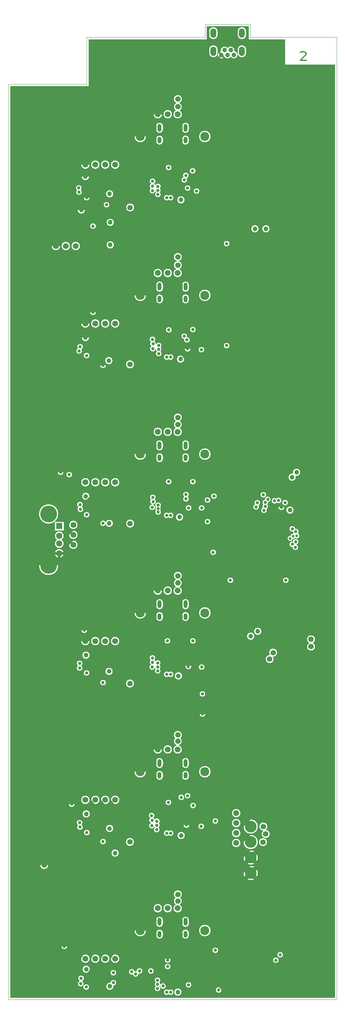
<source format=gbr>
%FSLAX33Y33*%
%MOMM*%
G04 EasyPC Gerber Version 16.0.6 Build 3249 *
%ADD106O,1.00000X1.70000*%
%ADD105O,1.00000X2.00000*%
%ADD103O,1.50000X2.40000*%
%ADD16R,1.60000X1.60000*%
%ADD73C,0.12000*%
%ADD11C,0.30000*%
%ADD28C,0.40000*%
%ADD85C,0.70000*%
%ADD25C,0.80000*%
%ADD111C,1.10000*%
%ADD21C,1.20000*%
%ADD26C,1.40000*%
%ADD13C,1.50000*%
%ADD17C,1.60000*%
%ADD107C,2.30000*%
%ADD19C,3.00000*%
%ADD18C,4.30000*%
%ADD24C,6.00000*%
X0Y0D02*
D02*
D11*
X93550Y274863D02*
X92050D01*
X93363Y276175*
X93550Y276550*
X93363Y276925*
X92988Y277113*
X92425*
X92050Y276925*
D02*
D13*
X29490Y227400D03*
X32030D03*
X33950Y148490D03*
Y151030D03*
Y153570D03*
Y156110D03*
X34570Y227400D03*
X37040Y45200D03*
Y85800D03*
Y126400D03*
Y167000D03*
Y207600D03*
Y248200D03*
X37110Y227400D03*
X39580Y45200D03*
Y85800D03*
Y126400D03*
Y167000D03*
Y207600D03*
Y248200D03*
X42120Y45200D03*
Y85800D03*
Y126400D03*
Y167000D03*
Y207600D03*
Y248200D03*
X44660Y45200D03*
Y85800D03*
Y126400D03*
Y167000D03*
Y207600D03*
Y248200D03*
X53040Y58100D03*
Y98700D03*
Y139300D03*
Y179900D03*
Y220500D03*
Y261100D03*
X55580Y58100D03*
Y98700D03*
Y139300D03*
Y179900D03*
Y220500D03*
Y261100D03*
X58120Y58100D03*
Y98700D03*
Y139300D03*
Y179900D03*
Y220500D03*
Y261100D03*
X60660Y58100D03*
Y98700D03*
Y139300D03*
Y179900D03*
Y220500D03*
Y261100D03*
X75650Y74790D03*
Y77330D03*
Y79870D03*
Y82410D03*
X75700Y63790D03*
Y66330D03*
Y68870D03*
Y71410D03*
D02*
D16*
X30350Y155820D03*
D02*
D17*
Y148820D03*
Y151320D03*
Y153320D03*
D02*
D18*
X27640Y145750D03*
Y158890D03*
D02*
D19*
X79350Y67110D03*
Y71070D03*
Y75030D03*
Y78990D03*
D02*
D21*
X36000Y236600D03*
X37050Y204000D03*
Y245150D03*
X37150Y163400D03*
X37200Y122800D03*
X37250Y42500D03*
X37250Y82200D03*
X42000D03*
X42100Y42500D03*
X42100Y122800D03*
Y163400D03*
X42200Y204000D03*
X42350Y245050D03*
X43050Y198100D03*
X43100Y118650D03*
X43150Y156500D03*
X43250Y78500D03*
Y240750D03*
X43300Y38150D03*
X43400Y227700D03*
Y233450D03*
X44650Y72200D03*
X48850Y247250D03*
X60700Y36650D03*
X60850Y117500D03*
X61150Y158100D03*
X61400Y198500D03*
X61500Y239200D03*
X61550Y76700D03*
X68050Y77600D03*
Y240000D03*
X69650Y155250D03*
X71850Y276275D03*
X72650Y277475D03*
X73450Y276275D03*
X74250Y277475D03*
X75050Y276275D03*
X79350Y127650D03*
X80450Y231800D03*
X81150Y128900D03*
X82750Y273500D03*
X83250Y231800D03*
X83650Y167350D03*
X84550Y141950D03*
X89400Y159900D03*
X89950Y168300D03*
X91100Y169550D03*
D02*
D24*
X29350Y42800D03*
Y113700D03*
Y194900D03*
Y235500D03*
X59350Y73100D03*
Y113700D03*
Y154300D03*
Y194900D03*
Y235500D03*
X83350Y113700D03*
X89350Y42800D03*
Y194900D03*
X93350Y270800D03*
D02*
D25*
X30700Y169550D03*
X31650Y48350D03*
X32900Y168950D03*
X33050Y229900D03*
X33550Y84700D03*
X35350Y242250D03*
X35400Y241200D03*
X35450Y200550D03*
X35550Y79950D03*
Y119500D03*
Y120700D03*
X35650Y78850D03*
Y161300D03*
X35700Y201650D03*
X35750Y160100D03*
X35850Y38800D03*
X35950Y40200D03*
X36750Y129150D03*
X37250Y37950D03*
X37350Y118250D03*
Y158700D03*
Y199400D03*
Y239750D03*
X37400Y77450D03*
X39000Y210450D03*
Y232500D03*
X41550Y75150D03*
Y115800D03*
Y156500D03*
Y196900D03*
X42450Y237950D03*
X44200Y39050D03*
Y41600D03*
X48900Y41850D03*
X49900Y41300D03*
X50900Y42050D03*
X51600Y36700D03*
X53800Y42050D03*
X54000Y81800D03*
X54050Y79200D03*
X54100Y80600D03*
X54150Y119750D03*
Y160600D03*
X54200Y241550D03*
X54200Y122100D03*
Y203550D03*
X54250Y121000D03*
Y242700D03*
Y243950D03*
X54300Y163150D03*
Y201150D03*
X54350Y162050D03*
Y202400D03*
X55300Y78200D03*
X55350Y79300D03*
Y80350D03*
X55500Y37600D03*
Y38650D03*
Y39700D03*
X55550Y118800D03*
Y119800D03*
Y120800D03*
X55600Y240600D03*
Y241650D03*
Y242650D03*
X55650Y159400D03*
Y160250D03*
Y161150D03*
X55800Y199900D03*
Y200950D03*
Y202000D03*
X56900Y38200D03*
X56900Y83850D03*
X57000Y246200D03*
X57050Y43000D03*
X57050Y205100D03*
X57100Y124800D03*
X57200Y165350D03*
X57850Y36650D03*
Y77300D03*
Y117900D03*
Y158550D03*
Y199000D03*
Y239750D03*
X58050Y126450D03*
X58100Y43200D03*
Y44850D03*
X58300Y85150D03*
X58350Y167150D03*
Y247450D03*
X58400Y205950D03*
X58850Y36650D03*
Y77300D03*
Y117900D03*
Y158550D03*
Y199000D03*
Y239750D03*
X61600Y86450D03*
X61950Y78850D03*
X62050Y160450D03*
Y200750D03*
X62150Y119700D03*
X62350Y38200D03*
Y204350D03*
Y244300D03*
X62450Y241350D03*
X62500Y202300D03*
X62700Y121350D03*
X62750Y243200D03*
Y245450D03*
X62800Y162750D03*
Y163850D03*
X62900Y79350D03*
Y161700D03*
X62950Y80500D03*
X63050Y203400D03*
X63200Y86850D03*
Y201100D03*
Y242200D03*
X63350Y40050D03*
X63400Y119900D03*
X63450Y38500D03*
Y160450D03*
X64500Y246600D03*
X64550Y126450D03*
Y167150D03*
Y206050D03*
X64600Y84350D03*
X65500Y241450D03*
X66700Y79050D03*
X66750Y200900D03*
X66800Y119750D03*
Y160450D03*
X67000Y107750D03*
Y112900D03*
X68300Y156950D03*
Y162450D03*
X69750Y149100D03*
X69950Y163450D03*
X70300Y47350D03*
X70300Y80400D03*
X71150Y37200D03*
X73200Y201950D03*
Y228000D03*
X74150Y141950D03*
X77000Y156750D03*
X80750Y160700D03*
X81050Y161750D03*
X81300Y152200D03*
Y153400D03*
Y154600D03*
Y155800D03*
X82500Y152200D03*
Y153400D03*
Y154600D03*
Y155800D03*
X82600Y163800D03*
X82750Y159850D03*
X83050Y160850D03*
X83100Y161850D03*
X83700Y152200D03*
Y153400D03*
Y154600D03*
Y155800D03*
X83750Y162650D03*
X84900Y152200D03*
Y153400D03*
Y154600D03*
Y155800D03*
X85450Y162250D03*
X85800Y44800D03*
X86500Y162350D03*
X86900Y46200D03*
X87200Y160600D03*
X88150Y161800D03*
X88350Y141950D03*
X90000Y151150D03*
Y155100D03*
X90800Y149300D03*
Y150350D03*
X90850Y151800D03*
X90900Y154400D03*
X92100Y165300D03*
X95400Y161650D03*
D02*
D26*
X26500Y66650D03*
Y69150D03*
X45000Y74950D03*
Y115700D03*
Y197000D03*
Y237150D03*
X45050Y156200D03*
X48450Y75050D03*
Y115550D03*
Y197150D03*
X48500Y156450D03*
Y237250D03*
X48800Y124650D03*
X48850Y83850D03*
Y165100D03*
Y205850D03*
X52750Y147350D03*
X52850Y187900D03*
X52900Y228500D03*
X53200Y269050D03*
X53250Y106700D03*
X53400Y66100D03*
X58050Y51500D03*
Y91850D03*
Y132200D03*
Y172950D03*
Y213450D03*
Y254350D03*
X60700Y59950D03*
Y61650D03*
Y100800D03*
Y102400D03*
Y141250D03*
Y143100D03*
Y181750D03*
Y183550D03*
Y222500D03*
Y224600D03*
Y263000D03*
Y264950D03*
X68150Y64100D03*
Y118200D03*
Y199400D03*
X68300Y104700D03*
X68450Y226500D03*
X68500Y145350D03*
X68500Y185950D03*
Y267100D03*
X71050Y39000D03*
X82200Y71050D03*
X82300Y67050D03*
X82500Y75000D03*
X82600Y79000D03*
X83050Y69050D03*
X83200Y77100D03*
X84200Y121800D03*
X85100Y123450D03*
X90700Y124350D03*
X94800Y125000D03*
Y126850D03*
X98250Y125000D03*
Y126850D03*
D02*
D28*
X71567Y275992D02*
X71072Y275497D01*
X71567Y276558D02*
X71072Y277053D01*
X72133Y275992D02*
X72628Y275497D01*
D02*
D73*
X17350Y34800D02*
Y268800D01*
X37350*
Y280800*
X67650*
Y284050*
X79250*
Y280800*
X101350*
Y34800*
X17350*
X17850Y141450D02*
X32400D01*
Y162000*
X17850*
Y141450*
X25130Y145750D02*
G75*
G02X30150I2510D01*
G01*
G75*
G02X25130I-2510*
G01*
X29190Y156916D02*
G75*
G02X25130Y158890I-1550J1974D01*
G01*
G75*
G02X30150I2510*
G01*
G75*
G02X29269Y156980I-2510*
G01*
X31510*
Y154660*
X29190*
Y156916*
X29762Y152320D02*
G75*
G02X30350Y154480I588J1000D01*
G01*
G75*
G02X30938Y152320J-1160*
G01*
G75*
G02X30350Y150160I-588J-1000*
G01*
G75*
G02X29762Y152320J1160*
G01*
X30350Y149980D02*
G75*
G02Y147660J-1160D01*
G01*
G75*
G02Y149980J1160*
G01*
X17850Y145750D02*
G36*
Y141450D01*
X32400*
Y145750*
X30150*
G75*
G02X25130I-2510*
G01*
X17850*
G37*
X25130D02*
G36*
G75*
G02X30150I2510D01*
G01*
X32400*
Y148820*
X31510*
G75*
G02X30350Y147660I-1160*
G01*
G75*
G02X29190Y148820J1160*
G01*
X17850*
Y145750*
X25130*
G37*
X17850Y158030D02*
G36*
Y152320D01*
X29762*
G75*
G02X30350Y154480I588J1000*
G01*
G75*
G02X30938Y152320J-1160*
G01*
X32400*
Y158030*
X29998*
G75*
G02X29269Y156980I-2358J860*
G01*
X31510*
Y154660*
X29190*
Y156916*
G75*
G02X25282Y158030I-1550J1974*
G01*
X17850*
G37*
X25282D02*
G36*
G75*
G02X25130Y158890I2358J860D01*
G01*
G75*
G02X30150I2510*
G01*
G75*
G02X29998Y158030I-2510J0*
G01*
X32400*
Y162000*
X17850*
Y158030*
X25282*
G37*
X17850Y152320D02*
G36*
Y148820D01*
X29190*
G75*
G02X30350Y149980I1160*
G01*
G75*
G02X31510Y148820J-1160*
G01*
X32400*
Y152320*
X30938*
G75*
G02X30350Y150160I-588J-1000*
G01*
G75*
G02X29762Y152320J1160*
G01*
X17850*
G37*
X68100Y274500D02*
X78800D01*
Y283600*
X68100*
Y274500*
X68690Y276725D02*
Y277625D01*
G75*
G02X70910I1110*
G01*
Y276725*
G75*
G02X68690I-1110*
G01*
Y281375D02*
Y282275D01*
G75*
G02X70910I1110*
G01*
Y281375*
G75*
G02X68690I-1110*
G01*
X71723Y277227D02*
G75*
G02X73450Y278006I927J248D01*
G01*
G75*
G02X75177Y277227I800J-531*
G01*
G75*
G02X76010Y276275I-127J-952*
G01*
G75*
G02X74250Y275744I-960*
G01*
G75*
G02X72650I-800J531*
G01*
G75*
G02X70890Y276275I-800J531*
G01*
G75*
G02X71723Y277227I960*
G01*
X75990Y276725D02*
Y277625D01*
G75*
G02X78210I1110*
G01*
Y276725*
G75*
G02X75990I-1110*
G01*
Y281375D02*
Y282275D01*
G75*
G02X78210I1110*
G01*
Y281375*
G75*
G02X75990I-1110*
G01*
X68100Y277175D02*
G36*
Y274500D01*
X78800*
Y277175*
X78210*
Y276725*
G75*
G02X75990I-1110*
G01*
Y277175*
X75384*
G75*
G02X76010Y276275I-334J-900*
G01*
G75*
G02X74250Y275744I-960*
G01*
G75*
G02X72650I-800J531*
G01*
G75*
G02X70890Y276275I-800J531*
G01*
G75*
G02X71516Y277175I960*
G01*
X70910*
Y276725*
G75*
G02X68690I-1110*
G01*
Y277175*
X68100*
G37*
X68690D02*
G36*
Y277625D01*
G75*
G02X70910I1110*
G01*
Y277175*
X71516*
G75*
G02X71723Y277227I334J-900*
G01*
G75*
G02X73450Y278006I927J248*
G01*
G75*
G02X75177Y277227I800J-531*
G01*
G75*
G02X75384Y277175I-127J-952*
G01*
X75990*
Y277625*
G75*
G02X78210I1110*
G01*
Y277175*
X78800*
Y281825*
X78210*
Y281375*
G75*
G02X75990I-1110*
G01*
Y281825*
X70910*
Y281375*
G75*
G02X68690I-1110*
G01*
Y281825*
X68100*
Y277175*
X68690*
G37*
Y281825D02*
G36*
Y282275D01*
G75*
G02X70910I1110*
G01*
Y281825*
X75990*
Y282275*
G75*
G02X78210I1110*
G01*
Y281825*
X78800*
Y283600*
X68100*
Y281825*
X68690*
G37*
X76950Y63500D02*
X100850D01*
Y82500*
X76950*
Y63500*
X79350Y68970D02*
G75*
G02Y65250J-1860D01*
G01*
G75*
G02Y68970J1860*
G01*
Y72930D02*
G75*
G02Y69210J-1860D01*
G01*
G75*
G02Y72930J1860*
G01*
Y76890D02*
G75*
G02Y73170J-1860D01*
G01*
G75*
G02Y76890J1860*
G01*
Y80850D02*
G75*
G02Y77130J-1860D01*
G01*
G75*
G02Y80850J1860*
G01*
X81440Y75000D02*
G75*
G02X83560I1060D01*
G01*
G75*
G02X81440I-1060*
G01*
X82555Y77941D02*
G75*
G02X81540Y79000I45J1059D01*
G01*
G75*
G02X83660I1060*
G01*
G75*
G02X83246Y78159I-1060*
G01*
G75*
G02X84260Y77100I-45J-1059*
G01*
G75*
G02X82140I-1060*
G01*
G75*
G02X82555Y77941I1060J0*
G01*
X76950Y67110D02*
G36*
Y63500D01*
X100850*
Y67110*
X81210*
G75*
G02X79350Y65250I-1860*
G01*
G75*
G02X77490Y67110J1860*
G01*
X76950*
G37*
X77490D02*
G36*
G75*
G02X79350Y68970I1860D01*
G01*
G75*
G02X81210Y67110J-1860*
G01*
X100850*
Y71070*
X81210*
G75*
G02X79350Y69210I-1860*
G01*
G75*
G02X77490Y71070J1860*
G01*
X76950*
Y67110*
X77490*
G37*
Y71070D02*
G36*
G75*
G02X79350Y72930I1860D01*
G01*
G75*
G02X81210Y71070J-1860*
G01*
X100850*
Y75030*
X83560*
G75*
G02X83560Y75000I-1060J-29*
G01*
G75*
G02X81440I-1060*
G01*
G75*
G02X81441Y75030I1060J1*
G01*
X81210*
G75*
G02X79350Y73170I-1860*
G01*
G75*
G02X77490Y75030J1860*
G01*
X76950*
Y71070*
X77490*
G37*
Y75030D02*
G36*
G75*
G02X79350Y76890I1860D01*
G01*
G75*
G02X81210Y75030J-1860*
G01*
X81441*
G75*
G02X83560I1060J-30*
G01*
X100850*
Y78990*
X83660*
G75*
G02X83246Y78159I-1060J10*
G01*
G75*
G02X84260Y77100I-45J-1059*
G01*
G75*
G02X82140I-1060*
G01*
G75*
G02X82555Y77941I1060J0*
G01*
G75*
G02X81540Y78990I45J1059*
G01*
X81210*
G75*
G02X79350Y77130I-1860*
G01*
G75*
G02X77490Y78990J1860*
G01*
X76950*
Y75030*
X77490*
G37*
Y78990D02*
G36*
G75*
G02X79350Y80850I1860D01*
G01*
G75*
G02X81210Y78990J-1860*
G01*
X81540*
G75*
G02Y79000I1059J5*
G01*
G75*
G02X83660I1060*
G01*
G75*
G02Y78990I-1061J-5*
G01*
X100850*
Y82500*
X76950*
Y78990*
X77490*
G37*
X100850Y273800D02*
X88050D01*
Y278300*
X88050Y280250*
X78800*
Y274800*
X68100*
Y280250*
X37850*
Y268300*
X17850*
Y235950*
X17850Y225800*
X17850Y161800*
X32250*
X32200Y161750*
Y141800*
X32150Y141850*
X17850*
Y35300*
X17900Y35250*
X100800*
X100850Y35300*
Y63700*
X76950*
X77000Y63750*
Y82350*
X77050Y82300*
X100850*
Y273800*
X25440Y69150D02*
G75*
G02X27560I1060D01*
G01*
G75*
G02X25440I-1060*
G01*
X29940Y169550D02*
G75*
G02X31460I760D01*
G01*
G75*
G02X29940I-760*
G01*
X30600Y227400D02*
G75*
G02X28380I-1110D01*
G01*
G75*
G02X30600I1110*
G01*
X30890Y48350D02*
G75*
G02X32410I760D01*
G01*
G75*
G02X30890I-760*
G01*
X32140Y168950D02*
G75*
G02X33660I760D01*
G01*
G75*
G02X32140I-760*
G01*
X32790Y84700D02*
G75*
G02X34310I760D01*
G01*
G75*
G02X32790I-760*
G01*
X33140Y227400D02*
G75*
G02X30920I-1110D01*
G01*
G75*
G02X33140I1110*
G01*
X33950Y149920D02*
G75*
G02Y152140J1110D01*
G01*
G75*
G02Y149920J-1110*
G01*
Y152460D02*
G75*
G02Y154680J1110D01*
G01*
G75*
G02Y152460J-1110*
G01*
Y155000D02*
G75*
G02Y157220J1110D01*
G01*
G75*
G02Y155000J-1110*
G01*
X34827Y241699D02*
G75*
G02X34590Y242250I523J551D01*
G01*
G75*
G02X36110I760*
G01*
G75*
G02X35924Y241751I-760*
G01*
G75*
G02X36160Y241200I-523J-551*
G01*
G75*
G02X34640I-760*
G01*
G75*
G02X34827Y241699I760*
G01*
X35040Y236600D02*
G75*
G02X36960I960D01*
G01*
G75*
G02X35040I-960*
G01*
X35079Y201213D02*
G75*
G02X34940Y201650I622J437D01*
G01*
G75*
G02X36460I760*
G01*
G75*
G02X36072Y200987I-760*
G01*
G75*
G02X36210Y200550I-622J-437*
G01*
G75*
G02X34690I-760*
G01*
G75*
G02X35079Y201213I760*
G01*
X35080Y79353D02*
G75*
G02X34790Y79950I470J597D01*
G01*
G75*
G02X36310I760*
G01*
G75*
G02X36120Y79447I-760*
G01*
G75*
G02X36410Y78850I-470J-597*
G01*
G75*
G02X34890I-760*
G01*
G75*
G02X35080Y79353I760*
G01*
X35084Y120100D02*
G75*
G02X34790Y120700I467J600D01*
G01*
G75*
G02X36310I760*
G01*
G75*
G02X36017Y120100I-760*
G01*
G75*
G02X36310Y119500I-467J-600*
G01*
G75*
G02X34790I-760*
G01*
G75*
G02X35084Y120100I760*
G01*
X35238Y160661D02*
G75*
G02X34890Y161300I412J639D01*
G01*
G75*
G02X36410I760*
G01*
G75*
G02X36163Y160739I-760*
G01*
G75*
G02X36510Y160100I-412J-639*
G01*
G75*
G02X34990I-760*
G01*
G75*
G02X35238Y160661I760*
G01*
X35609Y39521D02*
G75*
G02X35190Y40200I341J679D01*
G01*
G75*
G02X36710I760*
G01*
G75*
G02X36191Y39479I-760*
G01*
G75*
G02X36610Y38800I-341J-679*
G01*
G75*
G02X35090I-760*
G01*
G75*
G02X35609Y39521I760*
G01*
X35680Y227400D02*
G75*
G02X33460I-1110D01*
G01*
G75*
G02X35680I1110*
G01*
X35930Y45200D02*
G75*
G02X38150I1110D01*
G01*
G75*
G02X35930I-1110*
G01*
Y85800D02*
G75*
G02X38150I1110D01*
G01*
G75*
G02X35930I-1110*
G01*
Y126400D02*
G75*
G02X38150I1110D01*
G01*
G75*
G02X35930I-1110*
G01*
Y167000D02*
G75*
G02X38150I1110D01*
G01*
G75*
G02X35930I-1110*
G01*
Y207600D02*
G75*
G02X38150I1110D01*
G01*
G75*
G02X35930I-1110*
G01*
Y248200D02*
G75*
G02X38150I1110D01*
G01*
G75*
G02X35930I-1110*
G01*
X35990Y129150D02*
G75*
G02X37510I760D01*
G01*
G75*
G02X35990I-760*
G01*
X36090Y204000D02*
G75*
G02X38010I960D01*
G01*
G75*
G02X36090I-960*
G01*
Y245150D02*
G75*
G02X38010I960D01*
G01*
G75*
G02X36090I-960*
G01*
X36190Y163400D02*
G75*
G02X38110I960D01*
G01*
G75*
G02X36190I-960*
G01*
X36240Y122800D02*
G75*
G02X38160I960D01*
G01*
G75*
G02X36240I-960*
G01*
X36290Y42500D02*
G75*
G02X38210I960D01*
G01*
G75*
G02X36290I-960*
G01*
X36290Y82200D02*
G75*
G02X38210I960D01*
G01*
G75*
G02X36290I-960*
G01*
X36490Y37950D02*
G75*
G02X38010I760D01*
G01*
G75*
G02X36490I-760*
G01*
X36590Y118250D02*
G75*
G02X38110I760D01*
G01*
G75*
G02X36590I-760*
G01*
Y158700D02*
G75*
G02X38110I760D01*
G01*
G75*
G02X36590I-760*
G01*
Y199400D02*
G75*
G02X38110I760D01*
G01*
G75*
G02X36590I-760*
G01*
Y239750D02*
G75*
G02X38110I760D01*
G01*
G75*
G02X36590I-760*
G01*
X36640Y77450D02*
G75*
G02X38160I760D01*
G01*
G75*
G02X36640I-760*
G01*
X38240Y210450D02*
G75*
G02X39760I760D01*
G01*
G75*
G02X38240I-760*
G01*
Y232500D02*
G75*
G02X39760I760D01*
G01*
G75*
G02X38240I-760*
G01*
X38470Y45200D02*
G75*
G02X40690I1110D01*
G01*
G75*
G02X38470I-1110*
G01*
Y85800D02*
G75*
G02X40690I1110D01*
G01*
G75*
G02X38470I-1110*
G01*
Y126400D02*
G75*
G02X40690I1110D01*
G01*
G75*
G02X38470I-1110*
G01*
Y167000D02*
G75*
G02X40690I1110D01*
G01*
G75*
G02X38470I-1110*
G01*
Y207600D02*
G75*
G02X40690I1110D01*
G01*
G75*
G02X38470I-1110*
G01*
Y248200D02*
G75*
G02X40690I1110D01*
G01*
G75*
G02X38470I-1110*
G01*
X40790Y75150D02*
G75*
G02X42310I760D01*
G01*
G75*
G02X40790I-760*
G01*
Y115800D02*
G75*
G02X42310I760D01*
G01*
G75*
G02X40790I-760*
G01*
Y196900D02*
G75*
G02X42310I760D01*
G01*
G75*
G02X40790I-760*
G01*
X41010Y45200D02*
G75*
G02X43230I1110D01*
G01*
G75*
G02X41010I-1110*
G01*
Y85800D02*
G75*
G02X43230I1110D01*
G01*
G75*
G02X41010I-1110*
G01*
Y126400D02*
G75*
G02X43230I1110D01*
G01*
G75*
G02X41010I-1110*
G01*
Y167000D02*
G75*
G02X43230I1110D01*
G01*
G75*
G02X41010I-1110*
G01*
Y207600D02*
G75*
G02X43230I1110D01*
G01*
G75*
G02X41010I-1110*
G01*
Y248200D02*
G75*
G02X43230I1110D01*
G01*
G75*
G02X41010I-1110*
G01*
X41690Y237950D02*
G75*
G02X43210I760D01*
G01*
G75*
G02X41690I-760*
G01*
X42090Y198100D02*
G75*
G02X44010I960D01*
G01*
G75*
G02X42090I-960*
G01*
X42140Y118650D02*
G75*
G02X44060I960D01*
G01*
G75*
G02X42140I-960*
G01*
X42243Y156187D02*
G75*
G02X40790Y156500I-693J313D01*
G01*
G75*
G02X42243Y156813I760*
G01*
G75*
G02X44110Y156500I908J-313*
G01*
G75*
G02X42243Y156187I-960*
G01*
X42290Y78500D02*
G75*
G02X44210I960D01*
G01*
G75*
G02X42290I-960*
G01*
Y240750D02*
G75*
G02X44210I960D01*
G01*
G75*
G02X42290I-960*
G01*
X42440Y227700D02*
G75*
G02X44360I960D01*
G01*
G75*
G02X42440I-960*
G01*
Y233450D02*
G75*
G02X44360I960D01*
G01*
G75*
G02X42440I-960*
G01*
X43440Y41600D02*
G75*
G02X44960I760D01*
G01*
G75*
G02X43440I-760*
G01*
X43442Y39100D02*
G75*
G02X44960Y39050I758J-50D01*
G01*
G75*
G02X44250Y38292I-760*
G01*
G75*
G02X44260Y38150I-950J-142*
G01*
G75*
G02X42340I-960*
G01*
G75*
G02X43442Y39100I960*
G01*
X43550Y45200D02*
G75*
G02X45770I1110D01*
G01*
G75*
G02X43550I-1110*
G01*
Y85800D02*
G75*
G02X45770I1110D01*
G01*
G75*
G02X43550I-1110*
G01*
Y126400D02*
G75*
G02X45770I1110D01*
G01*
G75*
G02X43550I-1110*
G01*
Y167000D02*
G75*
G02X45770I1110D01*
G01*
G75*
G02X43550I-1110*
G01*
Y207600D02*
G75*
G02X45770I1110D01*
G01*
G75*
G02X43550I-1110*
G01*
Y248200D02*
G75*
G02X45770I1110D01*
G01*
G75*
G02X43550I-1110*
G01*
X43690Y72200D02*
G75*
G02X45610I960D01*
G01*
G75*
G02X43690I-960*
G01*
X47390Y75050D02*
G75*
G02X49510I1060D01*
G01*
G75*
G02X47390I-1060*
G01*
Y115550D02*
G75*
G02X49510I1060D01*
G01*
G75*
G02X47390I-1060*
G01*
Y197150D02*
G75*
G02X49510I1060D01*
G01*
G75*
G02X47390I-1060*
G01*
X47440Y156450D02*
G75*
G02X49560I1060D01*
G01*
G75*
G02X47440I-1060*
G01*
Y237250D02*
G75*
G02X49560I1060D01*
G01*
G75*
G02X47440I-1060*
G01*
X49158Y41135D02*
G75*
G02X48140Y41850I-258J715D01*
G01*
G75*
G02X49642Y42015I760*
G01*
G75*
G02X50141Y42021I258J-715*
G01*
G75*
G02X50140Y42050I760J30*
G01*
G75*
G02X51660I760*
G01*
G75*
G02X50659Y41329I-760*
G01*
G75*
G02X50660Y41300I-760J-30*
G01*
G75*
G02X49158Y41135I-760*
G01*
X52585Y52395D02*
G75*
G02X49565I-1510D01*
G01*
G75*
G02X52585I1510*
G01*
Y92995D02*
G75*
G02X49565I-1510D01*
G01*
G75*
G02X52585I1510*
G01*
Y133595D02*
G75*
G02X49565I-1510D01*
G01*
G75*
G02X52585I1510*
G01*
Y174195D02*
G75*
G02X49565I-1510D01*
G01*
G75*
G02X52585I1510*
G01*
Y214795D02*
G75*
G02X49565I-1510D01*
G01*
G75*
G02X52585I1510*
G01*
Y255395D02*
G75*
G02X49565I-1510D01*
G01*
G75*
G02X52585I1510*
G01*
X53040Y42050D02*
G75*
G02X54560I760D01*
G01*
G75*
G02X53040I-760*
G01*
X53588Y81162D02*
G75*
G02X53240Y81800I412J639D01*
G01*
G75*
G02X54760I760*
G01*
G75*
G02X54513Y81239I-760*
G01*
G75*
G02X54807Y80881I-412J-639*
G01*
G75*
G02X55900Y79825I544J-531*
G01*
G75*
G02X55849Y78726I-550J-525*
G01*
G75*
G02X56060Y78200I-548J-526*
G01*
G75*
G02X54540I-760*
G01*
G75*
G02X54802Y78774I760J0*
G01*
G75*
G02X54730Y78861I548J526*
G01*
G75*
G02X53290Y79200I-680J340*
G01*
G75*
G02X53781Y79911I760*
G01*
G75*
G02X53588Y81162I320J689*
G01*
X53702Y121526D02*
G75*
G02X53440Y122100I498J574D01*
G01*
G75*
G02X54960I760*
G01*
G75*
G02X54749Y121574I-760*
G01*
G75*
G02X54958Y121276I-498J-574*
G01*
G75*
G02X56310Y120800I592J-477*
G01*
G75*
G02X56123Y120300I-760*
G01*
G75*
G02Y119300I-572J-500*
G01*
G75*
G02X56310Y118800I-572J-500*
G01*
G75*
G02X54790I-760*
G01*
G75*
G02X54978Y119300I760J0*
G01*
G75*
G02X54861Y119480I573J500*
G01*
G75*
G02X53390Y119750I-711J270*
G01*
G75*
G02X53772Y120409I760*
G01*
G75*
G02X53702Y121526I478J591*
G01*
X53729Y242147D02*
G75*
G02X53818Y243325I521J553D01*
G01*
G75*
G02X53490Y243950I432J625*
G01*
G75*
G02X55010I760*
G01*
G75*
G02X54683Y243325I-760*
G01*
G75*
G02X54938Y243023I-432J-625*
G01*
G75*
G02X56360Y242650I662J-373*
G01*
G75*
G02X56173Y242150I-760*
G01*
G75*
G02X56150Y241125I-572J-500*
G01*
G75*
G02X56360Y240600I-550J-525*
G01*
G75*
G02X54840I-760*
G01*
G75*
G02X55051Y241125I760*
G01*
G75*
G02X54921Y241309I550J525*
G01*
G75*
G02X53440Y241550I-721J241*
G01*
G75*
G02X53729Y242147I760*
G01*
X53788Y202911D02*
G75*
G02X53440Y203550I412J639D01*
G01*
G75*
G02X54960I760*
G01*
G75*
G02X54762Y203039I-760*
G01*
G75*
G02X55104Y202306I-412J-639*
G01*
G75*
G02X56560Y202000I696J-306*
G01*
G75*
G02X56350Y201475I-760*
G01*
G75*
G02Y200425I-550J-525*
G01*
G75*
G02X56560Y199900I-550J-525*
G01*
G75*
G02X55040I-760*
G01*
G75*
G02X55251Y200425I760*
G01*
G75*
G02X55040Y200950I550J525*
G01*
G75*
G02X55041Y200979I760J-1*
G01*
G75*
G02X53540Y201150I-741J171*
G01*
G75*
G02X53894Y201792I760*
G01*
G75*
G02X53788Y202911I456J608*
G01*
X53802Y162576D02*
G75*
G02X53540Y163150I498J574D01*
G01*
G75*
G02X55060I760*
G01*
G75*
G02X54849Y162624I-760*
G01*
G75*
G02X54453Y161297I-498J-574*
G01*
G75*
G02X54910Y160600I-303J-697*
G01*
G75*
G02X53390I-760*
G01*
G75*
G02X54047Y161353I760*
G01*
G75*
G02X53802Y162576I303J697*
G01*
X54951Y38125D02*
G75*
G02Y39175I550J525D01*
G01*
G75*
G02X54740Y39700I550J525*
G01*
G75*
G02X56260I760*
G01*
G75*
G02X56050Y39175I-760*
G01*
G75*
G02X56260Y38650I-550J-525*
G01*
G75*
G02X56259Y38609I-760J-1*
G01*
G75*
G02X57660Y38200I641J-409*
G01*
G75*
G02X56140I-760*
G01*
G75*
G02X56141Y38241I759J1*
G01*
G75*
G02X56050Y38125I-641J409*
G01*
G75*
G02X56260Y37600I-550J-525*
G01*
G75*
G02X54740I-760*
G01*
G75*
G02X54951Y38125I760*
G01*
X55020Y159825D02*
G75*
G02X55038Y160700I630J425D01*
G01*
G75*
G02X54890Y161150I613J450*
G01*
G75*
G02X56410I760*
G01*
G75*
G02X56263Y160700I-760J0*
G01*
G75*
G02X56280Y159825I-613J-450*
G01*
G75*
G02X56410Y159400I-630J-425*
G01*
G75*
G02X54890I-760*
G01*
G75*
G02X55020Y159825I760J0*
G01*
X56690Y58100D02*
G75*
G02X54470I-1110D01*
G01*
G75*
G02X56690I1110*
G01*
Y98700D02*
G75*
G02X54470I-1110D01*
G01*
G75*
G02X56690I1110*
G01*
Y139300D02*
G75*
G02X54470I-1110D01*
G01*
G75*
G02X56690I1110*
G01*
Y179900D02*
G75*
G02X54470I-1110D01*
G01*
G75*
G02X56690I1110*
G01*
Y220500D02*
G75*
G02X54470I-1110D01*
G01*
G75*
G02X56690I1110*
G01*
Y261100D02*
G75*
G02X54470I-1110D01*
G01*
G75*
G02X56690I1110*
G01*
X56885Y51825D02*
Y51125D01*
G75*
G02X55165I-860*
G01*
Y51825*
G75*
G02X56885I860*
G01*
Y55125D02*
Y54125D01*
G75*
G02X55165I-860*
G01*
Y55125*
G75*
G02X56885I860*
G01*
Y92425D02*
Y91725D01*
G75*
G02X55165I-860*
G01*
Y92425*
G75*
G02X56885I860*
G01*
Y95725D02*
Y94725D01*
G75*
G02X55165I-860*
G01*
Y95725*
G75*
G02X56885I860*
G01*
Y133025D02*
Y132325D01*
G75*
G02X55165I-860*
G01*
Y133025*
G75*
G02X56885I860*
G01*
Y136325D02*
Y135325D01*
G75*
G02X55165I-860*
G01*
Y136325*
G75*
G02X56885I860*
G01*
Y173625D02*
Y172925D01*
G75*
G02X55165I-860*
G01*
Y173625*
G75*
G02X56885I860*
G01*
Y176925D02*
Y175925D01*
G75*
G02X55165I-860*
G01*
Y176925*
G75*
G02X56885I860*
G01*
Y214225D02*
Y213525D01*
G75*
G02X55165I-860*
G01*
Y214225*
G75*
G02X56885I860*
G01*
Y217525D02*
Y216525D01*
G75*
G02X55165I-860*
G01*
Y217525*
G75*
G02X56885I860*
G01*
Y254825D02*
Y254125D01*
G75*
G02X55165I-860*
G01*
Y254825*
G75*
G02X56885I860*
G01*
Y258125D02*
Y257125D01*
G75*
G02X55165I-860*
G01*
Y258125*
G75*
G02X56885I860*
G01*
X57290Y126450D02*
G75*
G02X58810I760D01*
G01*
G75*
G02X57290I-760*
G01*
X57340Y43200D02*
G75*
G02X58860I760D01*
G01*
G75*
G02X57340I-760*
G01*
Y44850D02*
G75*
G02X58860I760D01*
G01*
G75*
G02X57340I-760*
G01*
X57540Y85150D02*
G75*
G02X59060I760D01*
G01*
G75*
G02X57540I-760*
G01*
X57590Y167150D02*
G75*
G02X59110I760D01*
G01*
G75*
G02X57590I-760*
G01*
Y247450D02*
G75*
G02X59110I760D01*
G01*
G75*
G02X57590I-760*
G01*
X57640Y205950D02*
G75*
G02X59160I760D01*
G01*
G75*
G02X57640I-760*
G01*
X58350Y36078D02*
G75*
G02X57090Y36650I-500J572D01*
G01*
G75*
G02X58350Y37222I760*
G01*
G75*
G02X59610Y36650I500J-572*
G01*
G75*
G02X58350Y36078I-760*
G01*
Y76728D02*
G75*
G02X57090Y77300I-500J572D01*
G01*
G75*
G02X58350Y77872I760*
G01*
G75*
G02X59610Y77300I500J-572*
G01*
G75*
G02X58350Y76728I-760*
G01*
Y117328D02*
G75*
G02X57090Y117900I-500J572D01*
G01*
G75*
G02X58350Y118472I760*
G01*
G75*
G02X59610Y117900I500J-572*
G01*
G75*
G02X58350Y117328I-760*
G01*
Y157978D02*
G75*
G02X57090Y158550I-500J572D01*
G01*
G75*
G02X58350Y159122I760*
G01*
G75*
G02X59610Y158550I500J-572*
G01*
G75*
G02X58350Y157978I-760*
G01*
Y198428D02*
G75*
G02X57090Y199000I-500J572D01*
G01*
G75*
G02X58350Y199572I760*
G01*
G75*
G02X59610Y199000I500J-572*
G01*
G75*
G02X58350Y198428I-760*
G01*
Y239178D02*
G75*
G02X57090Y239750I-500J572D01*
G01*
G75*
G02X58350Y240322I760*
G01*
G75*
G02X59610Y239750I500J-572*
G01*
G75*
G02X58350Y239178I-760*
G01*
X59230Y58100D02*
G75*
G02X57010I-1110D01*
G01*
G75*
G02X59230I1110*
G01*
Y98700D02*
G75*
G02X57010I-1110D01*
G01*
G75*
G02X59230I1110*
G01*
Y139300D02*
G75*
G02X57010I-1110D01*
G01*
G75*
G02X59230I1110*
G01*
Y179900D02*
G75*
G02X57010I-1110D01*
G01*
G75*
G02X59230I1110*
G01*
Y220500D02*
G75*
G02X57010I-1110D01*
G01*
G75*
G02X59230I1110*
G01*
Y261100D02*
G75*
G02X57010I-1110D01*
G01*
G75*
G02X59230I1110*
G01*
X59740Y36650D02*
G75*
G02X61660I960D01*
G01*
G75*
G02X59740I-960*
G01*
X59890Y117500D02*
G75*
G02X61810I960D01*
G01*
G75*
G02X59890I-960*
G01*
X60005Y101600D02*
G75*
G02X59640Y102400I695J800D01*
G01*
G75*
G02X61760I1060*
G01*
G75*
G02X61396Y101600I-1060*
G01*
G75*
G02X60953Y99771I-695J-800*
G01*
G75*
G02X61770Y98700I-293J-1071*
G01*
G75*
G02X59550I-1110*
G01*
G75*
G02X60408Y99781I1110*
G01*
G75*
G02X60005Y101600I292J1019*
G01*
X60067Y60800D02*
G75*
G02X59640Y61650I633J850D01*
G01*
G75*
G02X61760I1060*
G01*
G75*
G02X61334Y60800I-1060*
G01*
G75*
G02X61247Y59042I-633J-850*
G01*
G75*
G02X61770Y58100I-587J-942*
G01*
G75*
G02X59550I-1110*
G01*
G75*
G02X60115Y59067I1110J0*
G01*
G75*
G02X60067Y60800I586J883*
G01*
X60115Y180867D02*
G75*
G02X60140Y182650I586J883D01*
G01*
G75*
G02X59640Y183550I560J900*
G01*
G75*
G02X61760I1060*
G01*
G75*
G02X61260Y182650I-1060*
G01*
G75*
G02X61247Y180842I-560J-900*
G01*
G75*
G02X61770Y179900I-587J-942*
G01*
G75*
G02X59550I-1110*
G01*
G75*
G02X60115Y180867I1110J0*
G01*
X60157Y262090D02*
G75*
G02X60284Y263975I543J910D01*
G01*
G75*
G02X59640Y264950I416J975*
G01*
G75*
G02X61760I1060*
G01*
G75*
G02X61116Y263975I-1060*
G01*
G75*
G02X61204Y262068I-416J-975*
G01*
G75*
G02X61770Y261100I-544J-968*
G01*
G75*
G02X59550I-1110*
G01*
G75*
G02X60157Y262090I1110J0*
G01*
X60183Y142175D02*
G75*
G02X59640Y143100I518J925D01*
G01*
G75*
G02X61760I1060*
G01*
G75*
G02X61218Y142175I-1060*
G01*
G75*
G02X61156Y140293I-518J-925*
G01*
G75*
G02X61770Y139300I-496J-993*
G01*
G75*
G02X59550I-1110*
G01*
G75*
G02X60206Y140313I1110*
G01*
G75*
G02X60183Y142175I495J937*
G01*
X60190Y158100D02*
G75*
G02X62110I960D01*
G01*
G75*
G02X60190I-960*
G01*
X60261Y221536D02*
G75*
G02X60555Y223550I440J964D01*
G01*
G75*
G02X59640Y224600I145J1050*
G01*
G75*
G02X61760I1060*
G01*
G75*
G02X60846Y223550I-1060*
G01*
G75*
G02X61101Y221519I-145J-1050*
G01*
G75*
G02X61770Y220500I-441J-1019*
G01*
G75*
G02X59550I-1110*
G01*
G75*
G02X60261Y221536I1110*
G01*
X60440Y198500D02*
G75*
G02X62360I960D01*
G01*
G75*
G02X60440I-960*
G01*
X60540Y239200D02*
G75*
G02X62460I960D01*
G01*
G75*
G02X60540I-960*
G01*
X60590Y76700D02*
G75*
G02X62510I960D01*
G01*
G75*
G02X60590I-960*
G01*
X60840Y86450D02*
G75*
G02X62360I760D01*
G01*
G75*
G02X60840I-760*
G01*
X62121Y245024D02*
G75*
G02X61990Y245450I630J426D01*
G01*
G75*
G02X63510I760*
G01*
G75*
G02X62980Y244726I-760*
G01*
G75*
G02X63110Y244300I-630J-426*
G01*
G75*
G02X61590I-760*
G01*
G75*
G02X62121Y245024I760*
G01*
X62140Y79350D02*
G75*
G02X63660I760D01*
G01*
G75*
G02X62140I-760*
G01*
X62276Y163300D02*
G75*
G02X62040Y163850I524J550D01*
G01*
G75*
G02X63560I760*
G01*
G75*
G02X63325Y163300I-760*
G01*
G75*
G02X63560Y162750I-524J-550*
G01*
G75*
G02X62040I-760*
G01*
G75*
G02X62276Y163300I760*
G01*
X62315Y203591D02*
G75*
G02X61590Y204350I36J759D01*
G01*
G75*
G02X63110I760*
G01*
G75*
G02X63086Y204159I-760J0*
G01*
G75*
G02X63810Y203400I-36J-759*
G01*
G75*
G02X62290I-760*
G01*
G75*
G02X62315Y203591I760J0*
G01*
X62440Y86850D02*
G75*
G02X63960I760D01*
G01*
G75*
G02X62440I-760*
G01*
Y201100D02*
G75*
G02X63960I760D01*
G01*
G75*
G02X62440I-760*
G01*
Y242200D02*
G75*
G02X63960I760D01*
G01*
G75*
G02X62440I-760*
G01*
X62640Y119900D02*
G75*
G02X64160I760D01*
G01*
G75*
G02X62640I-760*
G01*
X62690Y38500D02*
G75*
G02X64210I760D01*
G01*
G75*
G02X62690I-760*
G01*
Y160450D02*
G75*
G02X64210I760D01*
G01*
G75*
G02X62690I-760*
G01*
X63535Y51825D02*
Y51125D01*
G75*
G02X61815I-860*
G01*
Y51825*
G75*
G02X63535I860*
G01*
Y55125D02*
Y54125D01*
G75*
G02X61815I-860*
G01*
Y55125*
G75*
G02X63535I860*
G01*
Y92425D02*
Y91725D01*
G75*
G02X61815I-860*
G01*
Y92425*
G75*
G02X63535I860*
G01*
Y95725D02*
Y94725D01*
G75*
G02X61815I-860*
G01*
Y95725*
G75*
G02X63535I860*
G01*
Y133025D02*
Y132325D01*
G75*
G02X61815I-860*
G01*
Y133025*
G75*
G02X63535I860*
G01*
Y136325D02*
Y135325D01*
G75*
G02X61815I-860*
G01*
Y136325*
G75*
G02X63535I860*
G01*
Y173625D02*
Y172925D01*
G75*
G02X61815I-860*
G01*
Y173625*
G75*
G02X63535I860*
G01*
Y176925D02*
Y175925D01*
G75*
G02X61815I-860*
G01*
Y176925*
G75*
G02X63535I860*
G01*
Y214225D02*
Y213525D01*
G75*
G02X61815I-860*
G01*
Y214225*
G75*
G02X63535I860*
G01*
Y217525D02*
Y216525D01*
G75*
G02X61815I-860*
G01*
Y217525*
G75*
G02X63535I860*
G01*
Y254825D02*
Y254125D01*
G75*
G02X61815I-860*
G01*
Y254825*
G75*
G02X63535I860*
G01*
Y258125D02*
Y257125D01*
G75*
G02X61815I-860*
G01*
Y258125*
G75*
G02X63535I860*
G01*
X63740Y246600D02*
G75*
G02X65260I760D01*
G01*
G75*
G02X63740I-760*
G01*
X63790Y126450D02*
G75*
G02X65310I760D01*
G01*
G75*
G02X63790I-760*
G01*
Y167150D02*
G75*
G02X65310I760D01*
G01*
G75*
G02X63790I-760*
G01*
Y206050D02*
G75*
G02X65310I760D01*
G01*
G75*
G02X63790I-760*
G01*
X63840Y84350D02*
G75*
G02X65360I760D01*
G01*
G75*
G02X63840I-760*
G01*
X64740Y241450D02*
G75*
G02X66260I760D01*
G01*
G75*
G02X64740I-760*
G01*
X65940Y79050D02*
G75*
G02X67460I760D01*
G01*
G75*
G02X65940I-760*
G01*
X65990Y200900D02*
G75*
G02X67510I760D01*
G01*
G75*
G02X65990I-760*
G01*
X66040Y119750D02*
G75*
G02X67560I760D01*
G01*
G75*
G02X66040I-760*
G01*
Y160450D02*
G75*
G02X67560I760D01*
G01*
G75*
G02X66040I-760*
G01*
X66240Y107750D02*
G75*
G02X67760I760D01*
G01*
G75*
G02X66240I-760*
G01*
Y112900D02*
G75*
G02X67760I760D01*
G01*
G75*
G02X66240I-760*
G01*
X67540Y156950D02*
G75*
G02X69060I760D01*
G01*
G75*
G02X67540I-760*
G01*
Y162450D02*
G75*
G02X69060I760D01*
G01*
G75*
G02X67540I-760*
G01*
X68990Y149100D02*
G75*
G02X70510I760D01*
G01*
G75*
G02X68990I-760*
G01*
X69135Y52395D02*
G75*
G02X66115I-1510D01*
G01*
G75*
G02X69135I1510*
G01*
Y92995D02*
G75*
G02X66115I-1510D01*
G01*
G75*
G02X69135I1510*
G01*
Y133595D02*
G75*
G02X66115I-1510D01*
G01*
G75*
G02X69135I1510*
G01*
Y174195D02*
G75*
G02X66115I-1510D01*
G01*
G75*
G02X69135I1510*
G01*
Y214795D02*
G75*
G02X66115I-1510D01*
G01*
G75*
G02X69135I1510*
G01*
Y255395D02*
G75*
G02X66115I-1510D01*
G01*
G75*
G02X69135I1510*
G01*
X69190Y163450D02*
G75*
G02X70710I760D01*
G01*
G75*
G02X69190I-760*
G01*
X69540Y47350D02*
G75*
G02X71060I760D01*
G01*
G75*
G02X69540I-760*
G01*
X69540Y80400D02*
G75*
G02X71060I760D01*
G01*
G75*
G02X69540I-760*
G01*
X70390Y37200D02*
G75*
G02X71910I760D01*
G01*
G75*
G02X70390I-760*
G01*
X72440Y201950D02*
G75*
G02X73960I760D01*
G01*
G75*
G02X72440I-760*
G01*
Y228000D02*
G75*
G02X73960I760D01*
G01*
G75*
G02X72440I-760*
G01*
X73390Y141950D02*
G75*
G02X74910I760D01*
G01*
G75*
G02X73390I-760*
G01*
X75650Y73680D02*
G75*
G02Y75900J1110D01*
G01*
G75*
G02Y73680J-1110*
G01*
Y76220D02*
G75*
G02Y78440J1110D01*
G01*
G75*
G02Y76220J-1110*
G01*
Y78760D02*
G75*
G02Y80980J1110D01*
G01*
G75*
G02Y78760J-1110*
G01*
Y81300D02*
G75*
G02Y83520J1110D01*
G01*
G75*
G02Y81300J-1110*
G01*
X78390Y127650D02*
G75*
G02X80310I960D01*
G01*
G75*
G02X78390I-960*
G01*
X79490Y231800D02*
G75*
G02X81410I960D01*
G01*
G75*
G02X79490I-960*
G01*
X80190Y128900D02*
G75*
G02X82110I960D01*
G01*
G75*
G02X80190I-960*
G01*
X80392Y161370D02*
G75*
G02X80290Y161750I658J380D01*
G01*
G75*
G02X81810I760*
G01*
G75*
G02X81409Y161080I-760*
G01*
G75*
G02X81510Y160700I-658J-380*
G01*
G75*
G02X79990I-760*
G01*
G75*
G02X80392Y161370I760*
G01*
X81840Y163800D02*
G75*
G02X83360I760D01*
G01*
G75*
G02X81840I-760*
G01*
X82290Y231800D02*
G75*
G02X84210I960D01*
G01*
G75*
G02X82290I-960*
G01*
X82371Y160509D02*
G75*
G02X82504Y161379I679J341D01*
G01*
G75*
G02X82992Y162602I596J471*
G01*
G75*
G02X82990Y162650I759J48*
G01*
G75*
G02X84510I760*
G01*
G75*
G02X83859Y161898I-760*
G01*
G75*
G02X83860Y161850I-759J-48*
G01*
G75*
G02X83646Y161321I-760*
G01*
G75*
G02X83429Y160191I-596J-471*
G01*
G75*
G02X83510Y159850I-679J-341*
G01*
G75*
G02X81990I-760*
G01*
G75*
G02X82371Y160509I760*
G01*
X84219Y122860D02*
G75*
G02X84040Y123450I881J590D01*
G01*
G75*
G02X86160I1060*
G01*
G75*
G02X85081Y122390I-1060*
G01*
G75*
G02X85260Y121800I-881J-590*
G01*
G75*
G02X83140I-1060*
G01*
G75*
G02X84219Y122860I1060*
G01*
X85040Y44800D02*
G75*
G02X86560I760D01*
G01*
G75*
G02X85040I-760*
G01*
X85923Y162845D02*
G75*
G02X87260Y162350I577J-495D01*
G01*
G75*
G02X86027Y161755I-760*
G01*
G75*
G02X84690Y162250I-577J495*
G01*
G75*
G02X85923Y162845I760*
G01*
X86140Y46200D02*
G75*
G02X87660I760D01*
G01*
G75*
G02X86140I-760*
G01*
X86440Y160600D02*
G75*
G02X87960I760D01*
G01*
G75*
G02X86440I-760*
G01*
X87390Y161800D02*
G75*
G02X88910I760D01*
G01*
G75*
G02X87390I-760*
G01*
X87590Y141950D02*
G75*
G02X89110I760D01*
G01*
G75*
G02X87590I-760*
G01*
X88440Y159900D02*
G75*
G02X90360I960D01*
G01*
G75*
G02X88440I-960*
G01*
X89508Y153358D02*
G75*
G02X90330Y153898I692J-158D01*
G01*
G75*
G02X90142Y154353I571J502*
G01*
G75*
G02X89240Y155100I-141J747*
G01*
G75*
G02X90759Y155147I760*
G01*
G75*
G02X91492Y153923I141J-747*
G01*
G75*
G02X91860Y153300I-341J-623*
G01*
G75*
G02X90730Y152728I-710*
G01*
G75*
G02X90143Y152492I-530J472*
G01*
G75*
G02X88740Y152650I-692J158*
G01*
G75*
G02X89508Y153358I710*
G01*
X90041Y150391D02*
G75*
G02X89240Y151150I-41J759D01*
G01*
G75*
G02X90097Y151904I760*
G01*
G75*
G02X91610Y151800I753J-104*
G01*
G75*
G02X91052Y151067I-760*
G01*
G75*
G02X91560Y150350I-252J-717*
G01*
G75*
G02X90040I-760*
G01*
G75*
G02X90041Y150391I760J0*
G01*
X90196Y169228D02*
G75*
G02X90140Y169550I904J322D01*
G01*
G75*
G02X92060I960*
G01*
G75*
G02X90855Y168622I-960*
G01*
G75*
G02X90910Y168300I-904J-322*
G01*
G75*
G02X88990I-960*
G01*
G75*
G02X90196Y169228I960*
G01*
X94282Y125925D02*
G75*
G02X93740Y126850I518J925D01*
G01*
G75*
G02X95860I1060*
G01*
G75*
G02X95318Y125925I-1060*
G01*
G75*
G02X95860Y125000I-518J-925*
G01*
G75*
G02X93740I-1060*
G01*
G75*
G02X94282Y125925I1060*
G01*
X17850Y69150D02*
G36*
Y58100D01*
X54470*
G75*
G02X56690I1110*
G01*
X57010*
G75*
G02X59230I1110*
G01*
X59550*
G75*
G02X60115Y59067I1110J0*
G01*
G75*
G02X60067Y60800I586J883*
G01*
G75*
G02X59640Y61650I633J850*
G01*
G75*
G02X61760I1060*
G01*
G75*
G02X61334Y60800I-1060*
G01*
G75*
G02X61247Y59042I-633J-850*
G01*
G75*
G02X61770Y58100I-587J-942*
G01*
X100850*
Y63700*
X76950*
X77000Y63750*
Y69150*
X27560*
G75*
G02X25440I-1060*
G01*
X17850*
G37*
X25440D02*
G36*
G75*
G02X27560I1060D01*
G01*
X77000*
Y72200*
X45610*
G75*
G02X43690I-960*
G01*
X17850*
Y69150*
X25440*
G37*
X17850Y169550D02*
G36*
Y167000D01*
X35930*
G75*
G02X38150I1110*
G01*
X38470*
G75*
G02X40690I1110*
G01*
X41010*
G75*
G02X43230I1110*
G01*
X43550*
G75*
G02X45770I1110*
G01*
X57605*
G75*
G02X57590Y167150I745J150*
G01*
G75*
G02X59110I760*
G01*
G75*
G02X59095Y167000I-760J0*
G01*
X63805*
G75*
G02X63790Y167150I745J150*
G01*
G75*
G02X65310I760*
G01*
G75*
G02X65295Y167000I-760J0*
G01*
X100850*
Y169550*
X92060*
G75*
G02X90855Y168622I-960*
G01*
G75*
G02X90910Y168300I-904J-322*
G01*
G75*
G02X88990I-960*
G01*
G75*
G02X90196Y169228I960*
G01*
G75*
G02X90140Y169550I904J322*
G01*
X33367*
G75*
G02X33660Y168950I-467J-600*
G01*
G75*
G02X32140I-760*
G01*
G75*
G02X32434Y169550I760*
G01*
X31460*
G75*
G02X29940I-760*
G01*
X17850*
G37*
X29940D02*
G36*
G75*
G02X31460I760D01*
G01*
X32434*
G75*
G02X33367I467J-600*
G01*
X90140*
G75*
G02X92060I960*
G01*
X100850*
Y174195*
X69135*
G75*
G02X66115I-1510*
G01*
X63319*
G75*
G02X63535Y173625I-644J-570*
G01*
Y172925*
G75*
G02X61815I-860*
G01*
Y173625*
G75*
G02X62031Y174195I860*
G01*
X56669*
G75*
G02X56885Y173625I-644J-570*
G01*
Y172925*
G75*
G02X55165I-860*
G01*
Y173625*
G75*
G02X55381Y174195I860*
G01*
X52585*
G75*
G02X49565I-1510*
G01*
X17850*
X17850Y169550*
X29940*
G37*
X17850Y227400D02*
G36*
Y225800D01*
Y220500*
X54470*
G75*
G02X56690I1110*
G01*
X57010*
G75*
G02X59230I1110*
G01*
X59550*
G75*
G02X60261Y221536I1110*
G01*
G75*
G02X60555Y223550I440J964*
G01*
G75*
G02X59640Y224600I145J1050*
G01*
G75*
G02X61760I1060*
G01*
G75*
G02X60846Y223550I-1060*
G01*
G75*
G02X61101Y221519I-145J-1050*
G01*
G75*
G02X61770Y220500I-441J-1019*
G01*
X100850*
Y227400*
X73667*
G75*
G02X72734I-467J600*
G01*
X44312*
G75*
G02X42488I-912J300*
G01*
X35680*
G75*
G02X33460I-1110*
G01*
X33140*
G75*
G02X30920I-1110*
G01*
X30600*
G75*
G02X28380I-1110*
G01*
X17850*
G37*
X28380D02*
G36*
G75*
G02X30600I1110D01*
G01*
X30920*
G75*
G02X33140I1110*
G01*
X33460*
G75*
G02X35680I1110*
G01*
X42488*
G75*
G02X42440Y227700I912J300*
G01*
G75*
G02X44360I960*
G01*
G75*
G02X44312Y227400I-960J0*
G01*
X72734*
G75*
G02X72440Y228000I467J600*
G01*
G75*
G02X73960I760*
G01*
G75*
G02X73667Y227400I-760*
G01*
X100850*
Y232500*
X83907*
G75*
G02X84210Y231800I-657J-700*
G01*
G75*
G02X82290I-960*
G01*
G75*
G02X82593Y232500I960*
G01*
X81107*
G75*
G02X81410Y231800I-657J-700*
G01*
G75*
G02X79490I-960*
G01*
G75*
G02X79793Y232500I960*
G01*
X43539*
G75*
G02X43262I-138J950*
G01*
X39760*
G75*
G02X38240I-760*
G01*
X17850*
X17850Y227400*
X28380*
G37*
X17850Y48350D02*
G36*
Y47350D01*
X69540*
G75*
G02X71060I760*
G01*
X100850*
Y48350*
X32410*
G75*
G02X30890I-760*
G01*
X17850*
G37*
X30890D02*
G36*
G75*
G02X32410I760D01*
G01*
X100850*
Y52395*
X69135*
G75*
G02X66115I-1510*
G01*
X63319*
G75*
G02X63535Y51825I-644J-570*
G01*
Y51125*
G75*
G02X61815I-860*
G01*
Y51825*
G75*
G02X62031Y52395I860*
G01*
X56669*
G75*
G02X56885Y51825I-644J-570*
G01*
Y51125*
G75*
G02X55165I-860*
G01*
Y51825*
G75*
G02X55381Y52395I860*
G01*
X52585*
G75*
G02X49565I-1510*
G01*
X17850*
Y48350*
X30890*
G37*
X17850Y84700D02*
G36*
Y82200D01*
X36290*
G75*
G02X38210I960*
G01*
X53354*
G75*
G02X54647I646J-400*
G01*
X74560*
G75*
G02X75650Y83520I1090J210*
G01*
G75*
G02X76740Y82200J-1110*
G01*
X77000*
Y82350*
X77050Y82300*
X100850*
Y84700*
X65275*
G75*
G02X65360Y84350I-675J-350*
G01*
G75*
G02X63840I-760*
G01*
G75*
G02X63926Y84700I760*
G01*
X58913*
G75*
G02X57688I-613J450*
G01*
X44809*
G75*
G02X44512I-149J1100*
G01*
X42269*
G75*
G02X41972I-149J1100*
G01*
X39729*
G75*
G02X39432I-149J1100*
G01*
X37189*
G75*
G02X36892I-149J1100*
G01*
X34310*
G75*
G02X32790I-760*
G01*
X17850*
G37*
X32790D02*
G36*
G75*
G02X34310I760D01*
G01*
X36892*
G75*
G02X35930Y85800I149J1100*
G01*
G75*
G02X36141Y86450I1110*
G01*
X17850*
Y84700*
X32790*
G37*
X39432D02*
G36*
G75*
G02X38470Y85800I149J1100D01*
G01*
G75*
G02X38681Y86450I1110*
G01*
X37940*
G75*
G02X38150Y85800I-900J-650*
G01*
G75*
G02X37189Y84700I-1110*
G01*
X39432*
G37*
X41972D02*
G36*
G75*
G02X41010Y85800I149J1100D01*
G01*
G75*
G02X41221Y86450I1110*
G01*
X40480*
G75*
G02X40690Y85800I-900J-650*
G01*
G75*
G02X39729Y84700I-1110*
G01*
X41972*
G37*
X44512D02*
G36*
G75*
G02X43550Y85800I149J1100D01*
G01*
G75*
G02X43761Y86450I1110*
G01*
X43020*
G75*
G02X43230Y85800I-900J-650*
G01*
G75*
G02X42269Y84700I-1110*
G01*
X44512*
G37*
X57688D02*
G36*
G75*
G02X57540Y85150I613J450D01*
G01*
G75*
G02X59060I760*
G01*
G75*
G02X58913Y84700I-760J0*
G01*
X63926*
G75*
G02X65275I675J-350*
G01*
X100850*
Y86450*
X63847*
G75*
G02X62554I-646J400*
G01*
X62360*
G75*
G02X60840I-760*
G01*
X45560*
G75*
G02X45770Y85800I-900J-650*
G01*
G75*
G02X44809Y84700I-1110*
G01*
X57688*
G37*
X32200Y151030D02*
G36*
Y149100D01*
X68990*
G75*
G02X70510I760*
G01*
X100850*
Y151030*
X91140*
G75*
G02X91560Y150350I-339J-680*
G01*
G75*
G02X90040I-760*
G01*
G75*
G02X90041Y150391I760J0*
G01*
G75*
G02X89250Y151030I-41J759*
G01*
X35060*
G75*
G02X33950Y149920I-1110*
G01*
G75*
G02X32840Y151030J1110*
G01*
X32200*
G37*
X32840D02*
G36*
G75*
G02X33950Y152140I1110D01*
G01*
G75*
G02X35060Y151030J-1110*
G01*
X89250*
G75*
G02X89240Y151150I750J120*
G01*
G75*
G02X90097Y151904I760*
G01*
G75*
G02X91610Y151800I753J-104*
G01*
G75*
G02X91052Y151067I-760*
G01*
G75*
G02X91140Y151030I-252J-717*
G01*
X100850*
Y153570*
X91807*
G75*
G02X91860Y153300I-657J-270*
G01*
G75*
G02X90730Y152728I-710*
G01*
G75*
G02X90143Y152492I-530J472*
G01*
G75*
G02X88740Y152650I-692J158*
G01*
G75*
G02X89508Y153358I710*
G01*
G75*
G02X89594Y153570I692J-158*
G01*
X35060*
G75*
G02X33950Y152460I-1110*
G01*
G75*
G02X32840Y153570J1110*
G01*
X32200*
Y151030*
X32840*
G37*
Y153570D02*
G36*
G75*
G02X33950Y154680I1110D01*
G01*
G75*
G02X35060Y153570J-1110*
G01*
X89594*
G75*
G02X90330Y153898I606J-370*
G01*
G75*
G02X90142Y154353I571J502*
G01*
G75*
G02X89240Y155100I-141J747*
G01*
G75*
G02X90759Y155147I760*
G01*
G75*
G02X91492Y153923I141J-747*
G01*
G75*
G02X91807Y153570I-341J-623*
G01*
X100850*
Y156110*
X49504*
G75*
G02X47496I-1004J340*
G01*
X44028*
G75*
G02X42243Y156187I-877J390*
G01*
G75*
G02X40898Y156110I-693J313*
G01*
X35060*
G75*
G02X33950Y155000I-1110*
G01*
G75*
G02X32840Y156110J1110*
G01*
X32200*
Y153570*
X32840*
G37*
Y156110D02*
G36*
G75*
G02X33225Y156950I1110D01*
G01*
X32200*
Y156110*
X32840*
G37*
X40898D02*
G36*
G75*
G02X40790Y156500I652J390D01*
G01*
G75*
G02X40938Y156950I760J0*
G01*
X34676*
G75*
G02X35060Y156110I-726J-840*
G01*
X40898*
G37*
X47496D02*
G36*
G75*
G02X47440Y156450I1004J340D01*
G01*
G75*
G02X47566Y156950I1060J0*
G01*
X43998*
G75*
G02X44110Y156500I-848J-450*
G01*
G75*
G02X44028Y156110I-960*
G01*
X47496*
G37*
X100850D02*
G36*
Y156950D01*
X69060*
G75*
G02X67540I-760*
G01*
X49435*
G75*
G02X49560Y156450I-935J-500*
G01*
G75*
G02X49504Y156110I-1060*
G01*
X100850*
G37*
X17850Y241725D02*
G36*
Y240750D01*
X34788*
G75*
G02X34640Y241200I613J450*
G01*
G75*
G02X34827Y241699I760*
G01*
G75*
G02X34801Y241725I523J551*
G01*
X17850*
G37*
X34801D02*
G36*
G75*
G02X34590Y242250I550J525D01*
G01*
G75*
G02X36110I760*
G01*
G75*
G02X35924Y241751I-760*
G01*
G75*
G02X35950Y241725I-523J-551*
G01*
X53460*
G75*
G02X53729Y242147I740J-175*
G01*
G75*
G02X53818Y243325I521J553*
G01*
G75*
G02X53490Y243950I432J625*
G01*
G75*
G02X55010I760*
G01*
G75*
G02X54683Y243325I-760*
G01*
G75*
G02X54938Y243023I-432J-625*
G01*
G75*
G02X56360Y242650I662J-373*
G01*
G75*
G02X56173Y242150I-760*
G01*
G75*
G02X56357Y241725I-572J-500*
G01*
X62607*
G75*
G02X62440Y242200I593J475*
G01*
G75*
G02X63960I760*
G01*
G75*
G02X63794Y241725I-760*
G01*
X64792*
G75*
G02X66209I709J-275*
G01*
X100850*
Y245150*
X63449*
G75*
G02X62980Y244726I-698J300*
G01*
G75*
G02X63110Y244300I-630J-426*
G01*
G75*
G02X61590I-760*
G01*
G75*
G02X62121Y245024I760*
G01*
G75*
G02X62052Y245150I630J426*
G01*
X38010*
G75*
G02X36090I-960*
G01*
X17850*
Y241725*
X34801*
G37*
X35950D02*
G36*
G75*
G02X36160Y241200I-550J-525D01*
G01*
G75*
G02X36013Y240750I-760J0*
G01*
X42290*
G75*
G02X44210I960*
G01*
X54855*
G75*
G02X55051Y241125I745J-150*
G01*
G75*
G02X54921Y241309I550J525*
G01*
G75*
G02X53440Y241550I-721J241*
G01*
G75*
G02X53460Y241725I760J0*
G01*
X35950*
G37*
X56357D02*
G36*
G75*
G02X56150Y241125I-756J-75D01*
G01*
G75*
G02X56345Y240750I-550J-525*
G01*
X65204*
G75*
G02X64740Y241450I296J700*
G01*
G75*
G02X64792Y241725I760*
G01*
X63794*
G75*
G02X62607I-593J475*
G01*
X56357*
G37*
X66209D02*
G36*
G75*
G02X66260Y241450I-709J-275D01*
G01*
G75*
G02X65796Y240750I-760*
G01*
X100850*
Y241725*
X66209*
G37*
X17850Y236600D02*
G36*
Y235950D01*
X17850Y232500*
X38240*
G75*
G02X39760I760*
G01*
X43262*
G75*
G02X42440Y233450I138J950*
G01*
G75*
G02X44360I960*
G01*
G75*
G02X43539Y232500I-960*
G01*
X79793*
G75*
G02X81107I657J-700*
G01*
X82593*
G75*
G02X83907I657J-700*
G01*
X100850*
Y236600*
X49338*
G75*
G02X47663I-837J650*
G01*
X36960*
G75*
G02X35040I-960*
G01*
X17850*
G37*
X35040D02*
G36*
G75*
G02X36960I960D01*
G01*
X47663*
G75*
G02X47440Y237250I837J650*
G01*
G75*
G02X47704Y237950I1060*
G01*
X43210*
G75*
G02X41690I-760*
G01*
X17850*
Y236600*
X35040*
G37*
X100850D02*
G36*
Y237950D01*
X49296*
G75*
G02X49560Y237250I-796J-700*
G01*
G75*
G02X49338Y236600I-1060*
G01*
X100850*
G37*
X17850Y201100D02*
G36*
Y199400D01*
X36590*
G75*
G02X38110I760*
G01*
X55228*
G75*
G02X55040Y199900I572J500*
G01*
G75*
G02X55251Y200425I760*
G01*
G75*
G02X55040Y200950I550J525*
G01*
G75*
G02X55041Y200979I760J-1*
G01*
G75*
G02X53542Y201100I-741J171*
G01*
X36225*
G75*
G02X36072Y200987I-524J550*
G01*
G75*
G02X36210Y200550I-622J-437*
G01*
G75*
G02X34690I-760*
G01*
G75*
G02X34926Y201100I760*
G01*
X17850*
G37*
X34926D02*
G36*
G75*
G02X35079Y201213I524J-550D01*
G01*
G75*
G02X34940Y201650I622J437*
G01*
G75*
G02X35002Y201950I760*
G01*
X17850*
Y201100*
X34926*
G37*
X53542D02*
G36*
G75*
G02X53540Y201150I758J49D01*
G01*
G75*
G02X53894Y201792I760*
G01*
G75*
G02X53738Y201950I456J608*
G01*
X36399*
G75*
G02X36460Y201650I-698J-300*
G01*
G75*
G02X36225Y201100I-760*
G01*
X53542*
G37*
X56545D02*
G36*
G75*
G02X56350Y200425I-745J-150D01*
G01*
G75*
G02X56560Y199900I-550J-525*
G01*
G75*
G02X56373Y199400I-760*
G01*
X57204*
G75*
G02X58350Y199572I646J-400*
G01*
G75*
G02X59497Y199400I500J-572*
G01*
X61066*
G75*
G02X61734I334J-900*
G01*
X100850*
Y201100*
X67484*
G75*
G02X67510Y200900I-733J-200*
G01*
G75*
G02X65990I-760*
G01*
G75*
G02X66017Y201100I760*
G01*
X63960*
G75*
G02X62440I-760*
G01*
X56545*
G37*
X62440D02*
G36*
G75*
G02X63960I760D01*
G01*
X66017*
G75*
G02X67484I733J-200*
G01*
X100850*
Y201950*
X73960*
G75*
G02X72440I-760*
G01*
X56559*
G75*
G02X56350Y201475I-758J50*
G01*
G75*
G02X56545Y201100I-550J-525*
G01*
X62440*
G37*
X17850Y79400D02*
G36*
Y77450D01*
X36640*
G75*
G02X38160I760*
G01*
X55177*
G75*
G02X54540Y78200I123J750*
G01*
G75*
G02X54802Y78774I760J0*
G01*
G75*
G02X54730Y78861I548J526*
G01*
G75*
G02X53290Y79200I-680J340*
G01*
G75*
G02X53317Y79400I760*
G01*
X43584*
G75*
G02X44210Y78500I-334J-900*
G01*
G75*
G02X42290I-960*
G01*
G75*
G02X42916Y79400I960*
G01*
X36175*
G75*
G02X36410Y78850I-525J-550*
G01*
G75*
G02X34890I-760*
G01*
G75*
G02X35080Y79353I760*
G01*
G75*
G02X35026Y79400I470J597*
G01*
X17850*
G37*
X35026D02*
G36*
G75*
G02X34790Y79950I525J550D01*
G01*
G75*
G02X34938Y80400I760J0*
G01*
X17850*
Y79400*
X35026*
G37*
X42916D02*
G36*
G75*
G02X43584I334J-900D01*
G01*
X53317*
G75*
G02X53781Y79911I733J-200*
G01*
G75*
G02X53367Y80400I320J689*
G01*
X36163*
G75*
G02X36310Y79950I-613J-450*
G01*
G75*
G02X36120Y79447I-760*
G01*
G75*
G02X36175Y79400I-470J-598*
G01*
X42916*
G37*
X56104D02*
G36*
G75*
G02X55849Y78726I-753J-100D01*
G01*
G75*
G02X56060Y78200I-548J-526*
G01*
G75*
G02X55423Y77450I-760*
G01*
X57105*
G75*
G02X58350Y77872I745J-150*
G01*
G75*
G02X59595Y77450I500J-572*
G01*
X60951*
G75*
G02X62150I599J-750*
G01*
X74547*
G75*
G02X75650Y78440I1104J-120*
G01*
G75*
G02X76754Y77450J-1110*
G01*
X77000*
Y79400*
X76656*
G75*
G02X75650Y78760I-1006J470*
G01*
G75*
G02X74645Y79400J1110*
G01*
X67375*
G75*
G02X67460Y79050I-675J-350*
G01*
G75*
G02X65940I-760*
G01*
G75*
G02X66026Y79400I760*
G01*
X63659*
G75*
G02X63660Y79350I-759J-49*
G01*
G75*
G02X62140I-760*
G01*
G75*
G02X62142Y79400I760J1*
G01*
X56104*
G37*
X62142D02*
G36*
G75*
G02X63659I758J-50D01*
G01*
X66026*
G75*
G02X67375I675J-350*
G01*
X74645*
G75*
G02X74675Y80400I1006J470*
G01*
X71060*
G75*
G02X69540I-760*
G01*
X56109*
G75*
G02X55900Y79825I-758J-50*
G01*
G75*
G02X56104Y79400I-550J-525*
G01*
X62142*
G37*
X77000D02*
G36*
Y80400D01*
X76626*
G75*
G02X76656Y79400I-975J-530*
G01*
X77000*
G37*
X17850Y120100D02*
G36*
Y118250D01*
X36590*
G75*
G02X38110I760*
G01*
X42228*
G75*
G02X42140Y118650I873J400*
G01*
G75*
G02X44060I960*
G01*
G75*
G02X43973Y118250I-960*
G01*
X55026*
G75*
G02X54790Y118800I524J550*
G01*
G75*
G02X54978Y119300I760J0*
G01*
G75*
G02X54861Y119480I573J500*
G01*
G75*
G02X53390Y119750I-711J270*
G01*
G75*
G02X53476Y120100I760*
G01*
X36017*
G75*
G02X36310Y119500I-467J-600*
G01*
G75*
G02X34790I-760*
G01*
G75*
G02X35084Y120100I760*
G01*
X17850*
G37*
X35084D02*
G36*
G75*
G02X34790Y120700I467J600D01*
G01*
G75*
G02X36310I760*
G01*
G75*
G02X36017Y120100I-760*
G01*
X53476*
G75*
G02X53772Y120409I675J-350*
G01*
G75*
G02X53702Y121526I478J591*
G01*
G75*
G02X53440Y122100I498J574*
G01*
G75*
G02X53904Y122800I760*
G01*
X38160*
G75*
G02X36240I-960*
G01*
X17850*
Y120100*
X35084*
G37*
X56249D02*
G36*
G75*
G02X56123Y119300I-698J-300D01*
G01*
G75*
G02X56310Y118800I-572J-500*
G01*
G75*
G02X56075Y118250I-760*
G01*
X57176*
G75*
G02X58350Y118472I675J-350*
G01*
G75*
G02X59525Y118250I500J-572*
G01*
X60251*
G75*
G02X61450I599J-750*
G01*
X100850*
Y120100*
X67475*
G75*
G02X67560Y119750I-675J-350*
G01*
G75*
G02X66040I-760*
G01*
G75*
G02X66126Y120100I760*
G01*
X64134*
G75*
G02X64160Y119900I-733J-200*
G01*
G75*
G02X62640I-760*
G01*
G75*
G02X62667Y120100I760*
G01*
X56249*
G37*
X62667D02*
G36*
G75*
G02X64134I733J-200D01*
G01*
X66126*
G75*
G02X67475I675J-350*
G01*
X100850*
Y122800*
X85937*
G75*
G02X85081Y122390I-837J650*
G01*
G75*
G02X85260Y121800I-881J-590*
G01*
G75*
G02X83140I-1060*
G01*
G75*
G02X83849Y122800I1060*
G01*
X54496*
G75*
G02X54960Y122100I-296J-700*
G01*
G75*
G02X54749Y121574I-760*
G01*
G75*
G02X54958Y121276I-498J-574*
G01*
G75*
G02X56310Y120800I592J-477*
G01*
G75*
G02X56123Y120300I-760*
G01*
G75*
G02X56249Y120100I-572J-500*
G01*
X62667*
G37*
X32200Y160700D02*
G36*
Y158700D01*
X36590*
G75*
G02X38110I760*
G01*
X55354*
G75*
G02X54890Y159400I296J700*
G01*
G75*
G02X55020Y159825I760J0*
G01*
G75*
G02X55038Y160700I630J425*
G01*
X54904*
G75*
G02X54910Y160600I-754J-100*
G01*
G75*
G02X53390I-760*
G01*
G75*
G02X53397Y160700I760J0*
G01*
X36217*
G75*
G02X36510Y160100I-466J-600*
G01*
G75*
G02X34990I-760*
G01*
G75*
G02X35238Y160661I760*
G01*
G75*
G02X35184Y160700I413J638*
G01*
X32200*
G37*
X35184D02*
G36*
G75*
G02X34890Y161300I466J600D01*
G01*
G75*
G02X36410I760*
G01*
G75*
G02X36163Y160739I-760*
G01*
G75*
G02X36217Y160700I-413J-638*
G01*
X53397*
G75*
G02X54047Y161353I753J-100*
G01*
G75*
G02X53704Y162450I303J697*
G01*
X37289*
G75*
G02X37012I-138J950*
G01*
X17850*
Y161800*
X32250*
X32200Y161750*
Y160700*
X35184*
G37*
X55038D02*
G36*
G75*
G02X54890Y161150I613J450D01*
G01*
G75*
G02X56410I760*
G01*
G75*
G02X56263Y160700I-760J0*
G01*
X62733*
G75*
G02X64168I718J-250*
G01*
X66083*
G75*
G02X67518I718J-250*
G01*
X79990*
G75*
G02X80392Y161370I760*
G01*
G75*
G02X80290Y161750I658J380*
G01*
G75*
G02X80754Y162450I760*
G01*
X69060*
G75*
G02X67540I-760*
G01*
X63499*
G75*
G02X62102I-698J300*
G01*
X54997*
G75*
G02X54453Y161297I-646J-400*
G01*
G75*
G02X54904Y160700I-303J-697*
G01*
X55038*
G37*
X56263D02*
G36*
G75*
G02X56280Y159825I-613J-450D01*
G01*
G75*
G02X56410Y159400I-630J-425*
G01*
G75*
G02X55946Y158700I-760*
G01*
X57105*
G75*
G02X58350Y159122I745J-150*
G01*
G75*
G02X59595Y158700I500J-572*
G01*
X60401*
G75*
G02X61900I749J-600*
G01*
X100850*
Y160700*
X89931*
G75*
G02X90360Y159900I-531J-800*
G01*
G75*
G02X88440I-960*
G01*
G75*
G02X88870Y160700I960*
G01*
X87954*
G75*
G02X87960Y160600I-754J-100*
G01*
G75*
G02X86440I-760*
G01*
G75*
G02X86447Y160700I760J0*
G01*
X83795*
G75*
G02X83429Y160191I-745J150*
G01*
G75*
G02X83510Y159850I-679J-341*
G01*
G75*
G02X81990I-760*
G01*
G75*
G02X82371Y160509I760*
G01*
G75*
G02X82305Y160700I679J341*
G01*
X81510*
G75*
G02X79990I-760*
G01*
X67518*
G75*
G02X67560Y160450I-718J-250*
G01*
G75*
G02X66040I-760*
G01*
G75*
G02X66083Y160700I760*
G01*
X64168*
G75*
G02X64210Y160450I-718J-250*
G01*
G75*
G02X62690I-760*
G01*
G75*
G02X62733Y160700I760*
G01*
X56263*
G37*
X82305D02*
G36*
G75*
G02X82504Y161379I745J150D01*
G01*
G75*
G02X82634Y162450I596J471*
G01*
X81346*
G75*
G02X81810Y161750I-296J-700*
G01*
G75*
G02X81409Y161080I-760*
G01*
G75*
G02X81510Y160700I-658J-380*
G01*
X82305*
G37*
X86447D02*
G36*
G75*
G02X87954I753J-100D01*
G01*
X88870*
G75*
G02X89931I531J-800*
G01*
X100850*
Y162450*
X88544*
G75*
G02X88910Y161800I-394J-650*
G01*
G75*
G02X87390I-760*
G01*
G75*
G02X87757Y162450I760*
G01*
X87254*
G75*
G02X87260Y162350I-754J-100*
G01*
G75*
G02X86027Y161755I-760*
G01*
G75*
G02X84690Y162250I-577J495*
G01*
G75*
G02X84717Y162450I760*
G01*
X84484*
G75*
G02X83859Y161898I-733J200*
G01*
G75*
G02X83860Y161850I-759J-48*
G01*
G75*
G02X83646Y161321I-760*
G01*
G75*
G02X83795Y160700I-596J-471*
G01*
X86447*
G37*
X17850Y39500D02*
G36*
Y37950D01*
X36490*
G75*
G02X38010I760*
G01*
X42361*
G75*
G02X42340Y38150I939J200*
G01*
G75*
G02X43442Y39100I960*
G01*
G75*
G02X43588Y39500I758J-50*
G01*
X36246*
G75*
G02X36191Y39479I-296J700*
G01*
G75*
G02X36610Y38800I-341J-679*
G01*
G75*
G02X35090I-760*
G01*
G75*
G02X35554Y39500I760*
G01*
X17850*
G37*
X35554D02*
G36*
G75*
G02X35609Y39521I296J-700D01*
G01*
G75*
G02X35190Y40200I341J679*
G01*
G75*
G02X36710I760*
G01*
G75*
G02X36246Y39500I-760*
G01*
X43588*
G75*
G02X44813I613J-450*
G01*
X54767*
G75*
G02X54740Y39700I733J200*
G01*
G75*
G02X56260I760*
G01*
G75*
G02X56234Y39500I-760*
G01*
X100850*
Y41600*
X54413*
G75*
G02X53188I-613J450*
G01*
X51513*
G75*
G02X50659Y41329I-613J450*
G01*
G75*
G02X50660Y41300I-760J-30*
G01*
G75*
G02X49158Y41135I-760*
G01*
G75*
G02X48182Y41600I-258J715*
G01*
X44960*
G75*
G02X43440I-760*
G01*
X37584*
G75*
G02X36916I-334J900*
G01*
X17850*
Y39500*
X35554*
G37*
X44813D02*
G36*
G75*
G02X44960Y39050I-613J-450D01*
G01*
G75*
G02X44250Y38292I-760*
G01*
G75*
G02X44260Y38150I-950J-142*
G01*
G75*
G02X44239Y37950I-960J0*
G01*
X54826*
G75*
G02X54951Y38125I675J-350*
G01*
G75*
G02Y39175I550J525*
G01*
G75*
G02X54767Y39500I550J525*
G01*
X44813*
G37*
X56234D02*
G36*
G75*
G02X56050Y39175I-733J200D01*
G01*
G75*
G02X56260Y38650I-550J-525*
G01*
G75*
G02X56259Y38609I-760J-1*
G01*
G75*
G02X57660Y38200I641J-409*
G01*
G75*
G02X57618Y37950I-760*
G01*
X62926*
G75*
G02X62690Y38500I524J550*
G01*
G75*
G02X64210I760*
G01*
G75*
G02X63975Y37950I-760*
G01*
X71027*
G75*
G02X71273I123J-750*
G01*
X100850*
Y39500*
X56234*
G37*
X17850Y45200D02*
G36*
Y42500D01*
X36290*
G75*
G02X38210I960*
G01*
X48506*
G75*
G02X49642Y42015I394J-650*
G01*
G75*
G02X50141Y42021I258J-715*
G01*
G75*
G02X50140Y42050I760J30*
G01*
G75*
G02X51513Y42500I760*
G01*
X53188*
G75*
G02X54413I613J-450*
G01*
X57804*
G75*
G02X57340Y43200I296J700*
G01*
G75*
G02X58860I760*
G01*
G75*
G02X58396Y42500I-760*
G01*
X100850*
Y45200*
X86446*
G75*
G02X86560Y44800I-646J-400*
G01*
G75*
G02X85040I-760*
G01*
G75*
G02X85154Y45200I760*
G01*
X58775*
G75*
G02X58860Y44850I-675J-350*
G01*
G75*
G02X57340I-760*
G01*
G75*
G02X57425Y45200I760*
G01*
X45770*
G75*
G02X43550I-1110*
G01*
X43230*
G75*
G02X41010I-1110*
G01*
X40690*
G75*
G02X38470I-1110*
G01*
X38150*
G75*
G02X35930I-1110*
G01*
X17850*
G37*
X35930D02*
G36*
G75*
G02X36559Y46200I1110D01*
G01*
X17850*
Y45200*
X35930*
G37*
X38470D02*
G36*
G75*
G02X39099Y46200I1110D01*
G01*
X37522*
G75*
G02X38150Y45200I-482J-1000*
G01*
X38470*
G37*
X41010D02*
G36*
G75*
G02X41639Y46200I1110D01*
G01*
X40062*
G75*
G02X40690Y45200I-482J-1000*
G01*
X41010*
G37*
X43550D02*
G36*
G75*
G02X44178Y46200I1110D01*
G01*
X42602*
G75*
G02X43230Y45200I-482J-1000*
G01*
X43550*
G37*
X57425D02*
G36*
G75*
G02X58775I675J-350D01*
G01*
X85154*
G75*
G02X86446I646J-400*
G01*
X100850*
Y46200*
X87660*
G75*
G02X86140I-760*
G01*
X45142*
G75*
G02X45770Y45200I-482J-1000*
G01*
X57425*
G37*
X17850Y126400D02*
G36*
Y122800D01*
X36240*
G75*
G02X38160I960*
G01*
X53904*
G75*
G02X54496I296J-700*
G01*
X83849*
G75*
G02X84219Y122860I352J-1000*
G01*
G75*
G02X84040Y123450I881J590*
G01*
G75*
G02X86160I1060*
G01*
G75*
G02X85937Y122800I-1060*
G01*
X100850*
Y126400*
X95760*
G75*
G02X95318Y125925I-960J450*
G01*
G75*
G02X95860Y125000I-518J-925*
G01*
G75*
G02X93740I-1060*
G01*
G75*
G02X94282Y125925I1060*
G01*
G75*
G02X93840Y126400I518J925*
G01*
X65309*
G75*
G02X63792I-758J50*
G01*
X58809*
G75*
G02X57292I-758J50*
G01*
X45770*
G75*
G02X43550I-1110*
G01*
X43230*
G75*
G02X41010I-1110*
G01*
X40690*
G75*
G02X38470I-1110*
G01*
X38150*
G75*
G02X35930I-1110*
G01*
X17850*
G37*
X35930D02*
G36*
G75*
G02X38150I1110D01*
G01*
X38470*
G75*
G02X40690I1110*
G01*
X41010*
G75*
G02X43230I1110*
G01*
X43550*
G75*
G02X45770I1110*
G01*
X57292*
G75*
G02X57290Y126450I758J49*
G01*
G75*
G02X58810I760*
G01*
G75*
G02X58809Y126400I-760J-1*
G01*
X63792*
G75*
G02X63790Y126450I758J49*
G01*
G75*
G02X65310I760*
G01*
G75*
G02X65309Y126400I-760J-1*
G01*
X93840*
G75*
G02X93740Y126850I960J450*
G01*
G75*
G02X94105Y127650I1060*
G01*
X80310*
G75*
G02X78390I-960*
G01*
X17850*
Y126400*
X35930*
G37*
X100850D02*
G36*
Y127650D01*
X95495*
G75*
G02X95860Y126850I-695J-800*
G01*
G75*
G02X95760Y126400I-1060J0*
G01*
X100850*
G37*
X17850Y167000D02*
G36*
Y163400D01*
X36190*
G75*
G02X38110I960*
G01*
X53583*
G75*
G02X55018I718J-250*
G01*
X62188*
G75*
G02X62040Y163850I612J450*
G01*
G75*
G02X63560I760*
G01*
G75*
G02X63413Y163400I-760J0*
G01*
X69192*
G75*
G02X69190Y163450I758J49*
G01*
G75*
G02X70710I760*
G01*
G75*
G02X70709Y163400I-760J-1*
G01*
X81954*
G75*
G02X81840Y163800I646J400*
G01*
G75*
G02X83360I760*
G01*
G75*
G02X83247Y163400I-760*
G01*
X83627*
G75*
G02X83873I123J-750*
G01*
X100850*
Y167000*
X65295*
G75*
G02X63805I-745J150*
G01*
X59095*
G75*
G02X57605I-745J150*
G01*
X45770*
G75*
G02X43550I-1110*
G01*
X43230*
G75*
G02X41010I-1110*
G01*
X40690*
G75*
G02X38470I-1110*
G01*
X38150*
G75*
G02X35930I-1110*
G01*
X17850*
G37*
X17850Y207600D02*
G36*
Y205950D01*
X57640*
G75*
G02X59160I760*
G01*
X63797*
G75*
G02X63790Y206050I753J100*
G01*
G75*
G02X65310I760*
G01*
G75*
G02X65304Y205950I-760J0*
G01*
X100850*
Y207600*
X45770*
G75*
G02X43550I-1110*
G01*
X43230*
G75*
G02X41010I-1110*
G01*
X40690*
G75*
G02X38470I-1110*
G01*
X38150*
G75*
G02X35930I-1110*
G01*
X17850*
G37*
X35930D02*
G36*
G75*
G02X38150I1110D01*
G01*
X38470*
G75*
G02X40690I1110*
G01*
X41010*
G75*
G02X43230I1110*
G01*
X43550*
G75*
G02X45770I1110*
G01*
X100850*
Y210450*
X39760*
G75*
G02X38240I-760*
G01*
X17850*
Y207600*
X35930*
G37*
X17850Y248200D02*
G36*
Y246600D01*
X63740*
G75*
G02X65260I760*
G01*
X100850*
Y248200*
X58473*
G75*
G02X59110Y247450I-123J-750*
G01*
G75*
G02X57590I-760*
G01*
G75*
G02X58227Y248200I760*
G01*
X45770*
G75*
G02X43550I-1110*
G01*
X43230*
G75*
G02X41010I-1110*
G01*
X40690*
G75*
G02X38470I-1110*
G01*
X38150*
G75*
G02X35930I-1110*
G01*
X17850*
G37*
X35930D02*
G36*
G75*
G02X38150I1110D01*
G01*
X38470*
G75*
G02X40690I1110*
G01*
X41010*
G75*
G02X43230I1110*
G01*
X43550*
G75*
G02X45770I1110*
G01*
X58227*
G75*
G02X58473I123J-750*
G01*
X100850*
Y255395*
X69135*
G75*
G02X66115I-1510*
G01*
X63319*
G75*
G02X63535Y254825I-644J-570*
G01*
Y254125*
G75*
G02X61815I-860*
G01*
Y254825*
G75*
G02X62031Y255395I860*
G01*
X56669*
G75*
G02X56885Y254825I-644J-570*
G01*
Y254125*
G75*
G02X55165I-860*
G01*
Y254825*
G75*
G02X55381Y255395I860*
G01*
X52585*
G75*
G02X49565I-1510*
G01*
X17850*
Y248200*
X35930*
G37*
X17850Y129150D02*
G36*
Y127650D01*
X78390*
G75*
G02X80310I960*
G01*
X94105*
G75*
G02X95495I695J-800*
G01*
X100850*
Y129150*
X82077*
G75*
G02X82110Y128900I-927J-250*
G01*
G75*
G02X80190I-960*
G01*
G75*
G02X80223Y129150I960J0*
G01*
X37510*
G75*
G02X35990I-760*
G01*
X17850*
G37*
X35990D02*
G36*
G75*
G02X37510I760D01*
G01*
X80223*
G75*
G02X82077I927J-250*
G01*
X100850*
Y133595*
X69135*
G75*
G02X66115I-1510*
G01*
X63319*
G75*
G02X63535Y133025I-644J-570*
G01*
Y132325*
G75*
G02X61815I-860*
G01*
Y133025*
G75*
G02X62031Y133595I860*
G01*
X56669*
G75*
G02X56885Y133025I-644J-570*
G01*
Y132325*
G75*
G02X55165I-860*
G01*
Y133025*
G75*
G02X55381Y133595I860*
G01*
X52585*
G75*
G02X49565I-1510*
G01*
X17850*
Y129150*
X35990*
G37*
X17850Y204000D02*
G36*
Y201950D01*
X35002*
G75*
G02X36399I698J-300*
G01*
X53738*
G75*
G02X53788Y202911I613J450*
G01*
G75*
G02X53440Y203550I412J639*
G01*
G75*
G02X53588Y204000I760J0*
G01*
X38010*
G75*
G02X36090I-960*
G01*
X17850*
G37*
X36090D02*
G36*
G75*
G02X38010I960D01*
G01*
X53588*
G75*
G02X54813I613J-450*
G01*
X61676*
G75*
G02X61590Y204350I675J350*
G01*
G75*
G02X63110I760*
G01*
G75*
G02X63086Y204159I-760J0*
G01*
G75*
G02X63517Y204000I-36J-759*
G01*
X100850*
Y205950*
X65304*
G75*
G02X63797I-753J100*
G01*
X59160*
G75*
G02X57640I-760*
G01*
X17850*
Y204000*
X36090*
G37*
X54813D02*
G36*
G75*
G02X54960Y203550I-613J-450D01*
G01*
G75*
G02X54762Y203039I-760*
G01*
G75*
G02X55104Y202306I-412J-639*
G01*
G75*
G02X56560Y202000I696J-306*
G01*
G75*
G02X56559Y201950I-760J-1*
G01*
X72440*
G75*
G02X73960I760*
G01*
X100850*
Y204000*
X63517*
G75*
G02X63810Y203400I-467J-600*
G01*
G75*
G02X62290I-760*
G01*
G75*
G02X62315Y203591I760J0*
G01*
G75*
G02X61676Y204000I36J759*
G01*
X54813*
G37*
X36090Y245150D02*
G36*
G75*
G02X38010I960D01*
G01*
X62052*
G75*
G02X61990Y245450I698J300*
G01*
G75*
G02X63510I760*
G01*
G75*
G02X63449Y245150I-760*
G01*
X100850*
Y246600*
X65260*
G75*
G02X63740I-760*
G01*
X17850*
Y245150*
X36090*
G37*
X17850Y163400D02*
G36*
Y162450D01*
X37012*
G75*
G02X36190Y163400I138J950*
G01*
X17850*
G37*
X38110D02*
G36*
G75*
G02X37289Y162450I-960D01*
G01*
X53704*
G75*
G02X53802Y162576I646J-400*
G01*
G75*
G02X53540Y163150I498J574*
G01*
G75*
G02X53583Y163400I760*
G01*
X38110*
G37*
X55018D02*
G36*
G75*
G02X55060Y163150I-718J-250D01*
G01*
G75*
G02X54849Y162624I-760*
G01*
G75*
G02X54997Y162450I-498J-574*
G01*
X62102*
G75*
G02X62040Y162750I698J300*
G01*
G75*
G02X62276Y163300I760*
G01*
G75*
G02X62188Y163400I525J550*
G01*
X55018*
G37*
X63413D02*
G36*
G75*
G02X63325Y163300I-612J450D01*
G01*
G75*
G02X63560Y162750I-524J-550*
G01*
G75*
G02X63499Y162450I-760*
G01*
X67540*
G75*
G02X69060I760*
G01*
X80754*
G75*
G02X81346I296J-700*
G01*
X82634*
G75*
G02X82992Y162602I466J-600*
G01*
G75*
G02X82990Y162650I759J48*
G01*
G75*
G02X83627Y163400I760*
G01*
X83247*
G75*
G02X81954I-646J400*
G01*
X70709*
G75*
G02X69192I-758J50*
G01*
X63413*
G37*
X83873D02*
G36*
G75*
G02X84510Y162650I-123J-750D01*
G01*
G75*
G02X84484Y162450I-760*
G01*
X84717*
G75*
G02X85923Y162845I733J-200*
G01*
G75*
G02X87254Y162450I577J-495*
G01*
X87757*
G75*
G02X88544I394J-650*
G01*
X100850*
Y163400*
X83873*
G37*
X17850Y42500D02*
G36*
Y41600D01*
X36916*
G75*
G02X36290Y42500I334J900*
G01*
X17850*
G37*
X38210D02*
G36*
G75*
G02X37584Y41600I-960D01*
G01*
X43440*
G75*
G02X44960I760*
G01*
X48182*
G75*
G02X48140Y41850I718J250*
G01*
G75*
G02X48506Y42500I760*
G01*
X38210*
G37*
X51513D02*
G36*
G75*
G02X51660Y42050I-613J-450D01*
G01*
G75*
G02X51513Y41600I-760J0*
G01*
X53188*
G75*
G02X53040Y42050I613J450*
G01*
G75*
G02X53188Y42500I760J0*
G01*
X51513*
G37*
X54413D02*
G36*
G75*
G02X54560Y42050I-613J-450D01*
G01*
G75*
G02X54413Y41600I-760J0*
G01*
X100850*
Y42500*
X58396*
G75*
G02X57804I-296J700*
G01*
X54413*
G37*
X17850Y82200D02*
G36*
Y80400D01*
X34938*
G75*
G02X36163I613J-450*
G01*
X53367*
G75*
G02X53588Y81162I733J200*
G01*
G75*
G02X53240Y81800I412J639*
G01*
G75*
G02X53354Y82200I760*
G01*
X38210*
G75*
G02X36290I-960*
G01*
X17850*
G37*
X54647D02*
G36*
G75*
G02X54760Y81800I-646J-400D01*
G01*
G75*
G02X54513Y81239I-760*
G01*
G75*
G02X54807Y80881I-412J-639*
G01*
G75*
G02X56109Y80400I544J-531*
G01*
X69540*
G75*
G02X71060I760*
G01*
X74675*
G75*
G02X75650Y80980I975J-530*
G01*
G75*
G02X76626Y80400J-1110*
G01*
X77000*
Y82200*
X76740*
G75*
G02X75650Y81300I-1090J210*
G01*
G75*
G02X74560Y82200J1110*
G01*
X54647*
G37*
X17850Y37950D02*
G36*
Y36650D01*
X57090*
G75*
G02X58350Y37222I760*
G01*
G75*
G02X59610Y36650I500J-572*
G01*
X59740*
G75*
G02X61660I960*
G01*
X70626*
G75*
G02X70390Y37200I524J550*
G01*
G75*
G02X71027Y37950I760*
G01*
X63975*
G75*
G02X62926I-524J550*
G01*
X57618*
G75*
G02X56140Y38200I-718J250*
G01*
G75*
G02X56141Y38241I759J1*
G01*
G75*
G02X56050Y38125I-641J409*
G01*
G75*
G02X56260Y37600I-550J-525*
G01*
G75*
G02X54740I-760*
G01*
G75*
G02X54826Y37950I760*
G01*
X44239*
G75*
G02X42361I-939J200*
G01*
X38010*
G75*
G02X36490I-760*
G01*
X17850*
G37*
X71273D02*
G36*
G75*
G02X71910Y37200I-123J-750D01*
G01*
G75*
G02X71674Y36650I-760*
G01*
X100850*
Y37950*
X71273*
G37*
X17850Y118250D02*
G36*
Y115800D01*
X40790*
G75*
G02X42310I760*
G01*
X47420*
G75*
G02X49480I1030J-250*
G01*
X100850*
Y118250*
X61450*
G75*
G02X61810Y117500I-599J-750*
G01*
G75*
G02X59890I-960*
G01*
G75*
G02X60251Y118250I960*
G01*
X59525*
G75*
G02X59610Y117900I-675J-350*
G01*
G75*
G02X58350Y117328I-760*
G01*
G75*
G02X57090Y117900I-500J572*
G01*
G75*
G02X57176Y118250I760*
G01*
X56075*
G75*
G02X55026I-524J550*
G01*
X43973*
G75*
G02X42228I-873J400*
G01*
X38110*
G75*
G02X36590I-760*
G01*
X17850*
G37*
X32200Y158700D02*
G36*
Y156950D01*
X33225*
G75*
G02X33950Y157220I726J-840*
G01*
G75*
G02X34676Y156950J-1110*
G01*
X40938*
G75*
G02X42243Y156813I612J-450*
G01*
G75*
G02X43998Y156950I908J-313*
G01*
X47566*
G75*
G02X49435I935J-500*
G01*
X67540*
G75*
G02X69060I760*
G01*
X100850*
Y158700*
X61900*
G75*
G02X62110Y158100I-749J-600*
G01*
G75*
G02X60190I-960*
G01*
G75*
G02X60401Y158700I960*
G01*
X59595*
G75*
G02X59610Y158550I-745J-150*
G01*
G75*
G02X58350Y157978I-760*
G01*
G75*
G02X57090Y158550I-500J572*
G01*
G75*
G02X57105Y158700I760J0*
G01*
X55946*
G75*
G02X55354I-296J700*
G01*
X38110*
G75*
G02X36590I-760*
G01*
X32200*
G37*
X17850Y199400D02*
G36*
Y198100D01*
X42090*
G75*
G02X44010I960*
G01*
X47980*
G75*
G02X48921I470J-950*
G01*
X60528*
G75*
G02X60440Y198500I873J400*
G01*
G75*
G02X61066Y199400I960*
G01*
X59497*
G75*
G02X59610Y199000I-646J-400*
G01*
G75*
G02X58350Y198428I-760*
G01*
G75*
G02X57090Y199000I-500J572*
G01*
G75*
G02X57204Y199400I760*
G01*
X56373*
G75*
G02X55228I-572J500*
G01*
X38110*
G75*
G02X36590I-760*
G01*
X17850*
G37*
X61734D02*
G36*
G75*
G02X62360Y198500I-334J-900D01*
G01*
G75*
G02X62273Y198100I-960*
G01*
X100850*
Y199400*
X61734*
G37*
X17850Y239750D02*
G36*
Y237950D01*
X41690*
G75*
G02X43210I760*
G01*
X47704*
G75*
G02X49296I796J-700*
G01*
X100850*
Y239750*
X62287*
G75*
G02X62460Y239200I-787J-550*
G01*
G75*
G02X60540I-960*
G01*
G75*
G02X60714Y239750I960*
G01*
X59610*
G75*
G02X58350Y239178I-760*
G01*
G75*
G02X57090Y239750I-500J572*
G01*
X38110*
G75*
G02X36590I-760*
G01*
X17850*
G37*
X36590D02*
G36*
G75*
G02X38110I760D01*
G01*
X57090*
G75*
G02X58350Y240322I760*
G01*
G75*
G02X59610Y239750I500J-572*
G01*
X60714*
G75*
G02X62287I787J-550*
G01*
X100850*
Y240750*
X65796*
G75*
G02X65204I-296J700*
G01*
X56345*
G75*
G02X56360Y240600I-745J-150*
G01*
G75*
G02X54840I-760*
G01*
G75*
G02X54855Y240750I760J0*
G01*
X44210*
G75*
G02X42290I-960*
G01*
X36013*
G75*
G02X34788I-613J450*
G01*
X17850*
Y239750*
X36590*
G37*
X17850Y77450D02*
G36*
Y75150D01*
X40790*
G75*
G02X42310I760*
G01*
X47395*
G75*
G02X49506I1055J-100*
G01*
X74600*
G75*
G02X75650Y75900I1050J-360*
G01*
G75*
G02X76700Y75150J-1110*
G01*
X77000*
Y77450*
X76754*
G75*
G02X75650Y76220I-1104J-120*
G01*
G75*
G02X74547Y77450J1110*
G01*
X62150*
G75*
G02X62510Y76700I-599J-750*
G01*
G75*
G02X60590I-960*
G01*
G75*
G02X60951Y77450I960*
G01*
X59595*
G75*
G02X59610Y77300I-745J-150*
G01*
G75*
G02X58350Y76728I-760*
G01*
G75*
G02X57090Y77300I-500J572*
G01*
G75*
G02X57105Y77450I760J0*
G01*
X55423*
G75*
G02X55177I-123J750*
G01*
X38160*
G75*
G02X36640I-760*
G01*
X17850*
G37*
X38240Y210450D02*
G36*
G75*
G02X39760I760D01*
G01*
X100850*
Y214795*
X69135*
G75*
G02X66115I-1510*
G01*
X63319*
G75*
G02X63535Y214225I-644J-570*
G01*
Y213525*
G75*
G02X61815I-860*
G01*
Y214225*
G75*
G02X62031Y214795I860*
G01*
X56669*
G75*
G02X56885Y214225I-644J-570*
G01*
Y213525*
G75*
G02X55165I-860*
G01*
Y214225*
G75*
G02X55381Y214795I860*
G01*
X52585*
G75*
G02X49565I-1510*
G01*
X17850*
Y210450*
X38240*
G37*
X17850Y75150D02*
G36*
Y72200D01*
X43690*
G75*
G02X45610I960*
G01*
X77000*
Y75150*
X76700*
G75*
G02X75650Y73680I-1050J-360*
G01*
G75*
G02X74600Y75150J1110*
G01*
X49506*
G75*
G02X49510Y75050I-1055J-100*
G01*
G75*
G02X47390I-1060*
G01*
G75*
G02X47395Y75150I1060J0*
G01*
X42310*
G75*
G02X40790I-760*
G01*
X17850*
G37*
Y115800D02*
G36*
Y112900D01*
X66240*
G75*
G02X67760I760*
G01*
X100850*
Y115800*
X49480*
G75*
G02X49510Y115550I-1030J-250*
G01*
G75*
G02X47390I-1060*
G01*
G75*
G02X47420Y115800I1060*
G01*
X42310*
G75*
G02X40790I-760*
G01*
X17850*
G37*
X17850Y196900D02*
G36*
X17850Y179900D01*
X54470*
G75*
G02X56690I1110*
G01*
X57010*
G75*
G02X59230I1110*
G01*
X59550*
G75*
G02X60115Y180867I1110J0*
G01*
G75*
G02X60140Y182650I586J883*
G01*
G75*
G02X59640Y183550I560J900*
G01*
G75*
G02X61760I1060*
G01*
G75*
G02X61260Y182650I-1060*
G01*
G75*
G02X61247Y180842I-560J-900*
G01*
G75*
G02X61770Y179900I-587J-942*
G01*
X100850*
Y196900*
X49480*
G75*
G02X47420I-1030J250*
G01*
X42310*
G75*
G02X40790I-760*
G01*
X17850*
G37*
X40790D02*
G36*
G75*
G02X42310I760D01*
G01*
X47420*
G75*
G02X47390Y197150I1030J250*
G01*
G75*
G02X47980Y198100I1060*
G01*
X44010*
G75*
G02X42090I-960*
G01*
X17850*
Y196900*
X40790*
G37*
X100850D02*
G36*
Y198100D01*
X62273*
G75*
G02X60528I-873J400*
G01*
X48921*
G75*
G02X49510Y197150I-470J-950*
G01*
G75*
G02X49480Y196900I-1060*
G01*
X100850*
G37*
X49565Y52395D02*
G36*
G75*
G02X52585I1510D01*
G01*
X55381*
G75*
G02X56669I644J-570*
G01*
X62031*
G75*
G02X63319I644J-570*
G01*
X66115*
G75*
G02X69135I1510*
G01*
X100850*
Y54625*
X63535*
Y54125*
G75*
G02X61815I-860*
G01*
Y54625*
X56885*
Y54125*
G75*
G02X55165I-860*
G01*
Y54625*
X17850*
Y52395*
X49565*
G37*
X17850Y92995D02*
G36*
Y86450D01*
X36141*
G75*
G02X37940I900J-650*
G01*
X38681*
G75*
G02X40480I900J-650*
G01*
X41221*
G75*
G02X43020I900J-650*
G01*
X43761*
G75*
G02X45560I900J-650*
G01*
X60840*
G75*
G02X62360I760*
G01*
X62554*
G75*
G02X62440Y86850I646J400*
G01*
G75*
G02X63960I760*
G01*
G75*
G02X63847Y86450I-760*
G01*
X100850*
Y92995*
X69135*
G75*
G02X66115I-1510*
G01*
X63319*
G75*
G02X63535Y92425I-644J-570*
G01*
Y91725*
G75*
G02X61815I-860*
G01*
Y92425*
G75*
G02X62031Y92995I860*
G01*
X56669*
G75*
G02X56885Y92425I-644J-570*
G01*
Y91725*
G75*
G02X55165I-860*
G01*
Y92425*
G75*
G02X55381Y92995I860*
G01*
X52585*
G75*
G02X49565I-1510*
G01*
X17850*
G37*
X49565D02*
G36*
G75*
G02X52585I1510D01*
G01*
X55381*
G75*
G02X56669I644J-570*
G01*
X62031*
G75*
G02X63319I644J-570*
G01*
X66115*
G75*
G02X69135I1510*
G01*
X100850*
Y95225*
X63535*
Y94725*
G75*
G02X61815I-860*
G01*
Y95225*
X56885*
Y94725*
G75*
G02X55165I-860*
G01*
Y95225*
X17850*
Y92995*
X49565*
G37*
Y133595D02*
G36*
G75*
G02X52585I1510D01*
G01*
X55381*
G75*
G02X56669I644J-570*
G01*
X62031*
G75*
G02X63319I644J-570*
G01*
X66115*
G75*
G02X69135I1510*
G01*
X100850*
Y135825*
X63535*
Y135325*
G75*
G02X61815I-860*
G01*
Y135825*
X56885*
Y135325*
G75*
G02X55165I-860*
G01*
Y135825*
X17850*
Y133595*
X49565*
G37*
Y174195D02*
G36*
G75*
G02X52585I1510D01*
G01*
X55381*
G75*
G02X56669I644J-570*
G01*
X62031*
G75*
G02X63319I644J-570*
G01*
X66115*
G75*
G02X69135I1510*
G01*
X100850*
Y176425*
X63535*
Y175925*
G75*
G02X61815I-860*
G01*
Y176425*
X56885*
Y175925*
G75*
G02X55165I-860*
G01*
Y176425*
X17850*
Y174195*
X49565*
G37*
Y214795D02*
G36*
G75*
G02X52585I1510D01*
G01*
X55381*
G75*
G02X56669I644J-570*
G01*
X62031*
G75*
G02X63319I644J-570*
G01*
X66115*
G75*
G02X69135I1510*
G01*
X100850*
Y217025*
X63535*
Y216525*
G75*
G02X61815I-860*
G01*
Y217025*
X56885*
Y216525*
G75*
G02X55165I-860*
G01*
Y217025*
X17850*
X17850Y214795*
X49565*
G37*
Y255395D02*
G36*
G75*
G02X52585I1510D01*
G01*
X55381*
G75*
G02X56669I644J-570*
G01*
X62031*
G75*
G02X63319I644J-570*
G01*
X66115*
G75*
G02X69135I1510*
G01*
X100850*
Y257625*
X63535*
Y257125*
G75*
G02X61815I-860*
G01*
Y257625*
X56885*
Y257125*
G75*
G02X55165I-860*
G01*
Y257625*
X17850*
Y255395*
X49565*
G37*
X17850Y58100D02*
G36*
Y54625D01*
X55165*
Y55125*
G75*
G02X56885I860*
G01*
Y54625*
X61815*
Y55125*
G75*
G02X63535I860*
G01*
Y54625*
X100850*
Y58100*
X61770*
G75*
G02X59550I-1110*
G01*
X59230*
G75*
G02X57010I-1110*
G01*
X56690*
G75*
G02X54470I-1110*
G01*
X17850*
G37*
Y98700D02*
G36*
Y95225D01*
X55165*
Y95725*
G75*
G02X56885I860*
G01*
Y95225*
X61815*
Y95725*
G75*
G02X63535I860*
G01*
Y95225*
X100850*
Y98700*
X61770*
G75*
G02X59550I-1110*
G01*
X59230*
G75*
G02X57010I-1110*
G01*
X56690*
G75*
G02X54470I-1110*
G01*
X17850*
G37*
X54470D02*
G36*
G75*
G02X56690I1110D01*
G01*
X57010*
G75*
G02X59230I1110*
G01*
X59550*
G75*
G02X60408Y99781I1110*
G01*
G75*
G02X60005Y101600I292J1019*
G01*
G75*
G02X59640Y102400I695J800*
G01*
G75*
G02X61760I1060*
G01*
G75*
G02X61396Y101600I-1060*
G01*
G75*
G02X60953Y99771I-695J-800*
G01*
G75*
G02X61770Y98700I-293J-1071*
G01*
X100850*
Y107750*
X67760*
G75*
G02X66240I-760*
G01*
X17850*
Y98700*
X54470*
G37*
X17850Y139300D02*
G36*
Y135825D01*
X55165*
Y136325*
G75*
G02X56885I860*
G01*
Y135825*
X61815*
Y136325*
G75*
G02X63535I860*
G01*
Y135825*
X100850*
Y139300*
X61770*
G75*
G02X59550I-1110*
G01*
X59230*
G75*
G02X57010I-1110*
G01*
X56690*
G75*
G02X54470I-1110*
G01*
X17850*
G37*
X54470D02*
G36*
G75*
G02X56690I1110D01*
G01*
X57010*
G75*
G02X59230I1110*
G01*
X59550*
G75*
G02X60206Y140313I1110*
G01*
G75*
G02X59904Y141950I495J937*
G01*
X32200*
Y141800*
X32150Y141850*
X17850*
Y139300*
X54470*
G37*
X100850D02*
G36*
Y141950D01*
X89110*
G75*
G02X87590I-760*
G01*
X74910*
G75*
G02X73390I-760*
G01*
X61496*
G75*
G02X61156Y140293I-796J-700*
G01*
G75*
G02X61770Y139300I-496J-993*
G01*
X100850*
G37*
X17850Y179900D02*
G36*
Y176425D01*
X55165*
Y176925*
G75*
G02X56885I860*
G01*
Y176425*
X61815*
Y176925*
G75*
G02X63535I860*
G01*
Y176425*
X100850*
Y179900*
X61770*
G75*
G02X59550I-1110*
G01*
X59230*
G75*
G02X57010I-1110*
G01*
X56690*
G75*
G02X54470I-1110*
G01*
X17850*
G37*
X17850Y220500D02*
G36*
Y217025D01*
X55165*
Y217525*
G75*
G02X56885I860*
G01*
Y217025*
X61815*
Y217525*
G75*
G02X63535I860*
G01*
Y217025*
X100850*
Y220500*
X61770*
G75*
G02X59550I-1110*
G01*
X59230*
G75*
G02X57010I-1110*
G01*
X56690*
G75*
G02X54470I-1110*
G01*
X17850*
G37*
X17850Y261100D02*
G36*
Y257625D01*
X55165*
Y258125*
G75*
G02X56885I860*
G01*
Y257625*
X61815*
Y258125*
G75*
G02X63535I860*
G01*
Y257625*
X100850*
Y261100*
X61770*
G75*
G02X59550I-1110*
G01*
X59230*
G75*
G02X57010I-1110*
G01*
X56690*
G75*
G02X54470I-1110*
G01*
X17850*
G37*
X54470D02*
G36*
G75*
G02X56690I1110D01*
G01*
X57010*
G75*
G02X59230I1110*
G01*
X59550*
G75*
G02X60157Y262090I1110J0*
G01*
G75*
G02X60284Y263975I543J910*
G01*
G75*
G02X59640Y264950I416J975*
G01*
G75*
G02X61760I1060*
G01*
G75*
G02X61116Y263975I-1060*
G01*
G75*
G02X61204Y262068I-416J-975*
G01*
G75*
G02X61770Y261100I-544J-968*
G01*
X100850*
Y273800*
X88050*
Y278300*
X88050Y280250*
X78800*
Y274800*
X68100*
Y280250*
X37850*
Y268300*
X17850*
Y261100*
X54470*
G37*
X17850Y36650D02*
G36*
Y35300D01*
X17900Y35250*
X100800*
X100850Y35300*
Y36650*
X71674*
G75*
G02X70626I-524J550*
G01*
X61660*
G75*
G02X59740I-960*
G01*
X59610*
G75*
G02X58350Y36078I-760*
G01*
G75*
G02X57090Y36650I-500J572*
G01*
X17850*
G37*
X66240Y107750D02*
G36*
G75*
G02X67760I760D01*
G01*
X100850*
Y112900*
X67760*
G75*
G02X66240I-760*
G01*
X17850*
Y107750*
X66240*
G37*
X32200Y149100D02*
G36*
Y141950D01*
X59904*
G75*
G02X60183Y142175I796J-700*
G01*
G75*
G02X59640Y143100I518J925*
G01*
G75*
G02X61760I1060*
G01*
G75*
G02X61218Y142175I-1060*
G01*
G75*
G02X61496Y141950I-518J-925*
G01*
X73390*
G75*
G02X74910I760*
G01*
X87590*
G75*
G02X89110I760*
G01*
X100850*
Y149100*
X70510*
G75*
G02X68990I-760*
G01*
X32200*
G37*
X17850Y47350D02*
G36*
Y46200D01*
X36559*
G75*
G02X37522I482J-1000*
G01*
X39099*
G75*
G02X40062I482J-1000*
G01*
X41639*
G75*
G02X42602I482J-1000*
G01*
X44178*
G75*
G02X45142I482J-1000*
G01*
X86140*
G75*
G02X87660I760*
G01*
X100850*
Y47350*
X71060*
G75*
G02X69540I-760*
G01*
X17850*
G37*
D02*
D85*
X29900Y148820D02*
X28900D01*
X30350Y148370D02*
Y147370D01*
X30800Y148820D02*
X31800D01*
X57900Y39100D03*
Y40050D03*
Y41000D03*
X57900Y79550D03*
Y80500D03*
Y81450D03*
Y120150D03*
Y121100D03*
Y122050D03*
Y160750D03*
Y161700D03*
Y162650D03*
Y201350D03*
Y202300D03*
Y203250D03*
Y241950D03*
Y242900D03*
Y243850D03*
X58850Y39100D03*
Y40050D03*
Y41000D03*
X58850Y79550D03*
Y80500D03*
Y81450D03*
Y120150D03*
Y121100D03*
Y122050D03*
Y160750D03*
Y161700D03*
Y162650D03*
Y201350D03*
Y202300D03*
Y203250D03*
Y241950D03*
Y242900D03*
Y243850D03*
X59800Y39100D03*
Y40050D03*
Y41000D03*
X59800Y79550D03*
Y80500D03*
Y81450D03*
Y120150D03*
Y121100D03*
Y122050D03*
Y160750D03*
Y161700D03*
Y162650D03*
Y201350D03*
Y202300D03*
Y203250D03*
Y241950D03*
Y242900D03*
Y243850D03*
X89450Y152650D03*
X90200Y153200D03*
X91150Y153300D03*
D02*
D103*
X69800Y277175D03*
Y281825D03*
X77100Y277175D03*
Y281825D03*
D02*
D105*
X56025Y54625D03*
Y95225D03*
Y135825D03*
Y176425D03*
Y217025D03*
Y257625D03*
X62675Y54625D03*
Y95225D03*
Y135825D03*
Y176425D03*
Y217025D03*
Y257625D03*
D02*
D106*
X56025Y51475D03*
Y92075D03*
Y132675D03*
Y173275D03*
Y213875D03*
Y254475D03*
X62675Y51475D03*
Y92075D03*
Y132675D03*
Y173275D03*
Y213875D03*
Y254475D03*
D02*
D107*
X51075Y52395D03*
Y92995D03*
Y133595D03*
Y174195D03*
Y214795D03*
Y255395D03*
X67625Y52395D03*
Y92995D03*
Y133595D03*
Y174195D03*
Y214795D03*
Y255395D03*
D02*
D111*
X78679Y66438D02*
X77689Y65448D01*
X78679Y67782D02*
X77689Y68772D01*
X78679Y70398D02*
X77689Y69408D01*
X78679Y71742D02*
X77689Y72732D01*
X80022Y66438D02*
X81012Y65448D01*
X80022Y67782D02*
X81012Y68772D01*
X80022Y70398D02*
X81012Y69408D01*
X80022Y71742D02*
X81012Y72732D01*
X0Y0D02*
M02*

</source>
